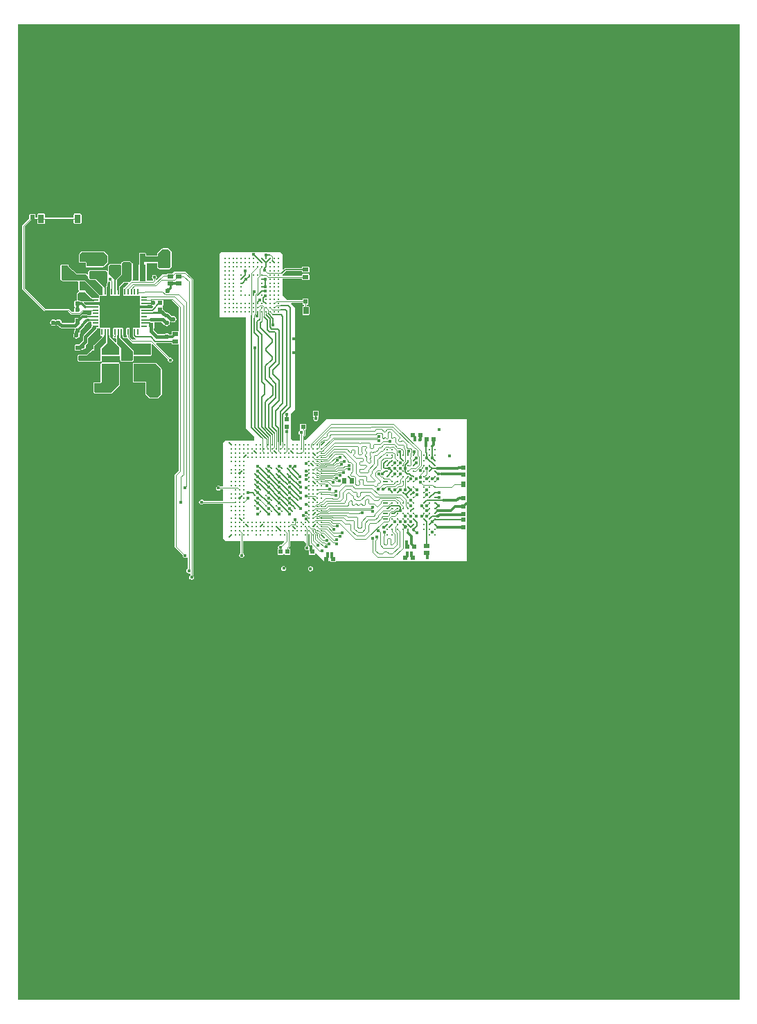
<source format=gtl>
G04 Layer_Physical_Order=1*
G04 Layer_Color=255*
%FSLAX43Y43*%
%MOMM*%
G71*
G01*
G75*
%ADD10R,0.510X0.560*%
%ADD11R,0.510X0.700*%
%ADD12C,0.300*%
%ADD13R,0.700X0.510*%
%ADD14R,0.560X0.510*%
%ADD15R,0.800X0.200*%
%ADD16R,0.200X0.800*%
%ADD17R,4.600X3.600*%
%ADD18R,2.000X0.800*%
%ADD19R,0.800X2.000*%
%ADD20R,0.890X0.640*%
%ADD21R,0.640X0.890*%
%ADD22R,0.750X1.000*%
%ADD23C,0.230*%
%ADD24C,0.120*%
%ADD25C,0.200*%
%ADD26C,0.175*%
%ADD27C,0.100*%
%ADD28C,0.090*%
%ADD29C,0.150*%
%ADD30C,0.300*%
%ADD31C,0.400*%
%ADD32C,0.500*%
%ADD33C,0.127*%
%ADD34C,0.130*%
%ADD35C,0.450*%
%ADD36C,0.600*%
%ADD37C,0.250*%
%ADD38C,0.700*%
%ADD39C,0.600*%
%ADD40C,0.400*%
%ADD41C,0.250*%
G36*
X88592Y65100D02*
X88592Y65000D01*
X88392Y65000D01*
X88388Y65000D01*
X86455Y65000D01*
X55300Y65000D01*
Y71325D01*
X38075Y71325D01*
X35512Y68762D01*
X35412Y68780D01*
Y69208D01*
X35465Y69260D01*
X35512Y69375D01*
Y69945D01*
X35558Y70041D01*
X35575Y70055D01*
X35607Y70068D01*
X35638Y70145D01*
Y70655D01*
X35607Y70732D01*
X35530Y70763D01*
X34970D01*
X34893Y70732D01*
X34862Y70655D01*
Y70145D01*
X34887Y70085D01*
X34885Y70038D01*
X34866Y69971D01*
X34784Y69916D01*
X34717Y69817D01*
X34694Y69700D01*
X34717Y69583D01*
X34784Y69484D01*
X34843Y69444D01*
Y68750D01*
X34000D01*
X33750Y69000D01*
Y72000D01*
X34250Y72500D01*
Y85000D01*
X33780Y85470D01*
X33818Y85563D01*
X35162D01*
Y85445D01*
X35193Y85368D01*
X35270Y85337D01*
X35363D01*
Y85178D01*
X35280D01*
X35203Y85147D01*
X35172Y85070D01*
Y84180D01*
X35203Y84103D01*
X35280Y84072D01*
X35920D01*
X35997Y84103D01*
X36028Y84180D01*
Y85070D01*
X35997Y85147D01*
X35920Y85178D01*
X35687D01*
Y85337D01*
X35780D01*
X35857Y85368D01*
X35888Y85445D01*
Y86005D01*
X35857Y86082D01*
X35780Y86113D01*
X35270D01*
X35193Y86082D01*
X35162Y86005D01*
Y85887D01*
X33363D01*
X32750Y86500D01*
Y88568D01*
X35117D01*
Y88470D01*
X35148Y88393D01*
X35225Y88362D01*
X35925D01*
X36002Y88393D01*
X36033Y88470D01*
Y88980D01*
X36002Y89057D01*
X35925Y89088D01*
X35225D01*
X35148Y89057D01*
X35117Y88980D01*
Y88882D01*
X32750D01*
Y89044D01*
X32773Y89048D01*
X32835Y89090D01*
X33179Y89434D01*
X35117D01*
Y89370D01*
X35148Y89293D01*
X35225Y89262D01*
X35925D01*
X36002Y89293D01*
X36033Y89370D01*
Y89880D01*
X36002Y89957D01*
X35925Y89988D01*
X35225D01*
X35148Y89957D01*
X35117Y89880D01*
Y89816D01*
X33100D01*
X33027Y89802D01*
X32965Y89760D01*
X32842Y89638D01*
X32750Y89676D01*
Y91500D01*
X32500Y91750D01*
X25250D01*
X25000Y91500D01*
Y83750D01*
X28250D01*
X28250Y70250D01*
X29250Y69250D01*
Y68750D01*
X25750D01*
X25500Y68500D01*
Y63097D01*
X25146D01*
X25106Y63156D01*
X25007Y63223D01*
X24890Y63246D01*
X24773Y63223D01*
X24674Y63156D01*
X24607Y63057D01*
X24584Y62940D01*
X24607Y62823D01*
X24674Y62724D01*
X24773Y62657D01*
X24890Y62634D01*
X25007Y62657D01*
X25106Y62724D01*
X25146Y62783D01*
X25500D01*
Y61357D01*
X23106D01*
X23066Y61416D01*
X22967Y61483D01*
X22850Y61506D01*
X22733Y61483D01*
X22634Y61416D01*
X22567Y61317D01*
X22544Y61200D01*
X22567Y61083D01*
X22634Y60984D01*
X22733Y60917D01*
X22850Y60894D01*
X22967Y60917D01*
X23066Y60984D01*
X23106Y61043D01*
X25500D01*
Y56750D01*
X25775Y56475D01*
X27593D01*
Y54931D01*
X27534Y54891D01*
X27467Y54792D01*
X27444Y54675D01*
X27467Y54558D01*
X27534Y54459D01*
X27633Y54392D01*
X27750Y54369D01*
X27867Y54392D01*
X27966Y54459D01*
X28033Y54558D01*
X28056Y54675D01*
X28033Y54792D01*
X27966Y54891D01*
X27907Y54931D01*
Y56475D01*
X32922D01*
X32961Y56383D01*
X32570Y55992D01*
X32500Y56006D01*
X32383Y55983D01*
X32284Y55916D01*
X32217Y55817D01*
X32194Y55700D01*
X32212Y55610D01*
X32215Y55578D01*
X32160Y55488D01*
X32143Y55482D01*
X32112Y55405D01*
Y54895D01*
X32143Y54818D01*
X32220Y54787D01*
X32780D01*
X32857Y54818D01*
X32858Y54823D01*
X32967D01*
X32968Y54818D01*
X33045Y54787D01*
X33605D01*
X33682Y54818D01*
X33713Y54895D01*
Y55405D01*
X33682Y55482D01*
X33605Y55513D01*
X33490D01*
X33485Y55613D01*
X33611Y55739D01*
X33657Y55850D01*
Y56475D01*
X35225D01*
X35250Y56500D01*
X35593Y56157D01*
Y55898D01*
X35509Y55841D01*
X35442Y55742D01*
X35419Y55625D01*
X35442Y55508D01*
X35509Y55409D01*
X35608Y55342D01*
X35725Y55319D01*
X35842Y55342D01*
X35862Y55356D01*
X35962Y55302D01*
Y54895D01*
X35993Y54818D01*
X36070Y54787D01*
X36630D01*
X36707Y54818D01*
X36731Y54878D01*
X36831Y54919D01*
X37800Y53950D01*
X38605D01*
X38618Y53918D01*
X38695Y53887D01*
X39205D01*
X39282Y53918D01*
X39295Y53950D01*
X55300Y53950D01*
X55300Y64999D01*
X86455Y65000D01*
X88292Y65000D01*
X88488Y65000D01*
X88492Y65000D01*
X88592D01*
Y408D01*
X408D01*
Y119592D01*
X88592D01*
Y65100D01*
D02*
G37*
%LPC*%
G36*
X37080Y72388D02*
X36570D01*
X36493Y72357D01*
X36462Y72280D01*
Y71720D01*
X36493Y71643D01*
X36533Y71527D01*
X36509Y71410D01*
X36533Y71293D01*
X36599Y71194D01*
X36698Y71127D01*
X36815Y71104D01*
X36932Y71127D01*
X37031Y71194D01*
X37098Y71293D01*
X37121Y71410D01*
X37098Y71527D01*
X37144Y71638D01*
X37157Y71643D01*
X37188Y71720D01*
Y72280D01*
X37157Y72357D01*
X37080Y72388D01*
D02*
G37*
G36*
X10625Y78258D02*
X10548Y78227D01*
X10517Y78150D01*
X10517Y75945D01*
X10405Y75833D01*
X9725Y75833D01*
X9725Y75833D01*
X9648Y75802D01*
X9644Y75790D01*
X9617Y75725D01*
X9617Y74675D01*
X9617Y74675D01*
X9648Y74598D01*
X9648Y74598D01*
X9773Y74473D01*
X9850Y74442D01*
X11750D01*
X11750Y74442D01*
X11827Y74473D01*
X11827Y74473D01*
X12802Y75448D01*
X12833Y75525D01*
X12833Y78150D01*
X12802Y78227D01*
X12802Y78227D01*
X12725Y78258D01*
X10625Y78258D01*
D02*
G37*
G36*
X17250Y78208D02*
X14550D01*
X14473Y78177D01*
X14442Y78100D01*
Y75950D01*
X14473Y75873D01*
X14550Y75842D01*
X15992D01*
Y74500D01*
X16023Y74423D01*
X16023Y74423D01*
X16523Y73923D01*
X16600Y73892D01*
X17525D01*
X17525Y73892D01*
X17602Y73923D01*
X17602Y73923D01*
X17952Y74273D01*
X17983Y74350D01*
Y77475D01*
X17983Y77475D01*
X17952Y77552D01*
X17952Y77552D01*
X17327Y78177D01*
X17250Y78208D01*
D02*
G37*
G36*
X36175Y53356D02*
X36058Y53333D01*
X35959Y53266D01*
X35892Y53167D01*
X35869Y53050D01*
X35892Y52933D01*
X35959Y52834D01*
X36058Y52767D01*
X36175Y52744D01*
X36292Y52767D01*
X36391Y52834D01*
X36458Y52933D01*
X36481Y53050D01*
X36458Y53167D01*
X36391Y53266D01*
X36292Y53333D01*
X36175Y53356D01*
D02*
G37*
G36*
X8050Y96458D02*
X7300D01*
X7223Y96427D01*
X7192Y96350D01*
Y96012D01*
X3708D01*
Y96350D01*
X3677Y96427D01*
X3600Y96458D01*
X2850D01*
X2773Y96427D01*
X2742Y96350D01*
Y96012D01*
X2563D01*
Y96305D01*
X2532Y96382D01*
X2455Y96413D01*
X1895D01*
X1818Y96382D01*
X1787Y96305D01*
Y95916D01*
X985Y95115D01*
X938Y95000D01*
Y87250D01*
X985Y87135D01*
X3560Y84560D01*
X3675Y84513D01*
X6508D01*
X6835Y84185D01*
X6950Y84138D01*
X7925D01*
X8040Y84185D01*
X8367Y84513D01*
X9354D01*
X9407Y84413D01*
X9392Y84375D01*
Y84175D01*
X9323Y84079D01*
X8920D01*
X8873Y84110D01*
X8775Y84130D01*
X8250D01*
X8152Y84110D01*
X8070Y84055D01*
X7728Y83713D01*
X7445D01*
X7368Y83682D01*
X7337Y83605D01*
Y83199D01*
X7208Y83071D01*
X5862D01*
X5752Y83181D01*
X5727Y83306D01*
X5638Y83438D01*
X5506Y83527D01*
X5350Y83558D01*
X5194Y83527D01*
X5088Y83456D01*
X4987D01*
X4881Y83527D01*
X4725Y83558D01*
X4569Y83527D01*
X4437Y83438D01*
X4348Y83306D01*
X4317Y83150D01*
X4348Y82994D01*
X4437Y82862D01*
X4569Y82773D01*
X4725Y82742D01*
X4881Y82773D01*
X4987Y82844D01*
X5088D01*
X5194Y82773D01*
X5319Y82748D01*
X5519Y82549D01*
X5519Y82549D01*
X5618Y82482D01*
X5735Y82459D01*
X7244D01*
X7335Y82455D01*
X7337Y82365D01*
Y82244D01*
X7334Y82241D01*
X7267Y82142D01*
X7244Y82025D01*
X7244Y82025D01*
Y81862D01*
X7173Y81756D01*
X7142Y81600D01*
X7173Y81444D01*
X7262Y81312D01*
X7394Y81223D01*
X7550Y81192D01*
X7706Y81223D01*
X7838Y81312D01*
X7927Y81444D01*
X7958Y81600D01*
X7941Y81687D01*
X7953Y81773D01*
X8010Y81810D01*
X8032Y81818D01*
X8063Y81895D01*
Y82178D01*
X8455Y82570D01*
X8510Y82652D01*
X8530Y82750D01*
Y82767D01*
X8730Y82968D01*
X8745Y82989D01*
X8976Y83220D01*
X9075D01*
X9173Y83240D01*
X9220Y83271D01*
X9323D01*
X9392Y83175D01*
Y82975D01*
X9423Y82898D01*
X9423Y82852D01*
X9392Y82775D01*
Y82601D01*
X9389Y82598D01*
X9389Y82597D01*
X8419Y81626D01*
X8352Y81527D01*
X8329Y81410D01*
X8329Y81410D01*
Y80937D01*
X7856Y80463D01*
X7445D01*
X7368Y80432D01*
X7337Y80355D01*
Y79795D01*
X7368Y79718D01*
X7445Y79687D01*
X7955D01*
X8032Y79718D01*
X8063Y79795D01*
Y79821D01*
X8142Y79874D01*
X8144Y79873D01*
X8300Y79842D01*
X8456Y79873D01*
X8588Y79962D01*
X8677Y80094D01*
X8708Y80250D01*
X8677Y80406D01*
X8672Y80414D01*
X8851Y80594D01*
X8851Y80594D01*
X8918Y80693D01*
X8941Y80810D01*
X8941Y80810D01*
Y81283D01*
X9941Y82284D01*
X9950Y82297D01*
X9978Y82302D01*
X10044Y82346D01*
X10088Y82413D01*
X10099Y82467D01*
X10300D01*
X10361Y82492D01*
X10447Y82439D01*
X10442Y82425D01*
X10442Y81625D01*
X10473Y81548D01*
X10550Y81517D01*
X10691D01*
X10731Y81417D01*
X9676Y80416D01*
X9675Y80415D01*
X9673Y80414D01*
X9658Y80377D01*
X9642Y80341D01*
X9642Y80339D01*
X9642Y80338D01*
X9642Y79929D01*
X9571Y79858D01*
X9438Y79858D01*
X9401Y79843D01*
X9363Y79828D01*
X9100Y79578D01*
X9100Y79577D01*
X9098Y79577D01*
X8780Y79258D01*
X7900Y79258D01*
X7823Y79227D01*
X7823Y79227D01*
X7698Y79102D01*
X7698Y79102D01*
X7698Y79102D01*
X7667Y79025D01*
X7667Y78650D01*
X7667Y78650D01*
X7667Y78650D01*
X7684Y78609D01*
X7698Y78573D01*
X7698Y78573D01*
X7698Y78573D01*
X7873Y78398D01*
X7873Y78398D01*
X7873Y78398D01*
X7950Y78367D01*
X10500Y78367D01*
X10577Y78398D01*
X10608Y78475D01*
Y78986D01*
X10625Y79007D01*
X10708Y79067D01*
X12675Y79067D01*
X12675Y79067D01*
X12752Y79098D01*
X12794Y79114D01*
X12892Y79053D01*
X12892Y78550D01*
X12892Y78550D01*
X12892Y78550D01*
X12909Y78508D01*
X12923Y78473D01*
X12923Y78473D01*
X12923Y78473D01*
X12998Y78398D01*
X13038Y78382D01*
X13075Y78367D01*
X14325Y78367D01*
X14402Y78398D01*
X14402Y78398D01*
X14502Y78498D01*
X14502Y78498D01*
X14522Y78549D01*
X14533Y78575D01*
X14533Y78976D01*
X14574Y79065D01*
X14575Y79067D01*
X15125Y79067D01*
X16575Y79067D01*
X16575Y79067D01*
X16575Y79067D01*
X16575D01*
X16608Y79081D01*
X16652Y79098D01*
X16702Y79148D01*
X16702Y79148D01*
X16702Y79148D01*
X16717Y79187D01*
X16733Y79225D01*
X16733Y79225D01*
X16733Y79225D01*
X16733Y80496D01*
X16833Y80537D01*
X18732Y78639D01*
X18719Y78575D01*
X18742Y78458D01*
X18809Y78359D01*
X18908Y78292D01*
X19025Y78269D01*
X19142Y78292D01*
X19241Y78359D01*
X19308Y78458D01*
X19331Y78575D01*
X19308Y78692D01*
X19241Y78791D01*
X19142Y78858D01*
X19025Y78881D01*
X18961Y78868D01*
X17284Y80546D01*
X17325Y80646D01*
X19167D01*
Y80595D01*
X19198Y80518D01*
X19275Y80487D01*
X19975D01*
X20038Y80445D01*
Y65042D01*
X19610Y64615D01*
X19563Y64500D01*
Y55775D01*
X19610Y55660D01*
X20532Y54739D01*
X20519Y54675D01*
X20542Y54558D01*
X20609Y54459D01*
X20708Y54392D01*
X20825Y54369D01*
X20942Y54392D01*
X21025Y54448D01*
X21086Y54430D01*
X21125Y54404D01*
Y53052D01*
X21071Y53016D01*
X21005Y52917D01*
X20982Y52800D01*
X21005Y52683D01*
X21071Y52584D01*
X21170Y52517D01*
X21288Y52494D01*
X21375Y52512D01*
X21475Y52453D01*
Y52277D01*
X21421Y52241D01*
X21355Y52142D01*
X21332Y52025D01*
X21355Y51908D01*
X21421Y51809D01*
X21520Y51742D01*
X21638Y51719D01*
X21755Y51742D01*
X21854Y51809D01*
X21920Y51908D01*
X21943Y52025D01*
X21920Y52142D01*
X21854Y52241D01*
X21800Y52277D01*
Y88412D01*
X21752Y88527D01*
X20925Y89355D01*
X20810Y89402D01*
X19600D01*
X19485Y89355D01*
X19294Y89163D01*
X18675D01*
X18598Y89132D01*
X18570Y89062D01*
X18150D01*
X18035Y89015D01*
X17337Y88317D01*
X17245Y88355D01*
X17242Y88451D01*
X17291Y88484D01*
X17358Y88583D01*
X17381Y88700D01*
X17358Y88817D01*
X17291Y88916D01*
X17192Y88983D01*
X17075Y89006D01*
X16958Y88983D01*
X16859Y88916D01*
X16792Y88817D01*
X16769Y88700D01*
X16792Y88583D01*
X16859Y88484D01*
X16913Y88448D01*
Y88317D01*
X16833Y88237D01*
X16183D01*
Y90225D01*
X16152Y90302D01*
X16116Y90316D01*
X16136Y90416D01*
X17392D01*
X17392Y89950D01*
X17392Y89950D01*
X17423Y89873D01*
X17424Y89873D01*
X17598Y89698D01*
X17636Y89683D01*
X17675Y89667D01*
X18900Y89667D01*
X18900Y89667D01*
X18977Y89698D01*
X18977Y89698D01*
X19127Y89848D01*
X19158Y89925D01*
Y91825D01*
X19158Y91825D01*
X19127Y91902D01*
X19127Y91902D01*
X18825Y92203D01*
X18748Y92235D01*
X18063D01*
X18063Y92235D01*
X17987Y92203D01*
X17987Y92203D01*
X17423Y91640D01*
X17392Y91564D01*
X17392Y91405D01*
X17321Y91334D01*
X16053D01*
Y91595D01*
X16022Y91672D01*
X15945Y91703D01*
X15305D01*
X15228Y91672D01*
X15197Y91595D01*
Y90705D01*
X15228Y90628D01*
X15243Y90622D01*
Y90320D01*
X15198Y90302D01*
X15167Y90225D01*
Y88237D01*
X14446D01*
X14407Y88337D01*
X14433Y88400D01*
Y90350D01*
X14402Y90427D01*
X14402Y90427D01*
X14227Y90602D01*
X14150Y90633D01*
X13250D01*
X13250Y90633D01*
X13173Y90602D01*
X13023Y90452D01*
X12992Y90375D01*
X12928Y90332D01*
X12925Y90333D01*
X12703D01*
X12695Y90330D01*
X11805D01*
X11797Y90333D01*
X11675D01*
X11598Y90302D01*
X11423Y90127D01*
X11392Y90050D01*
Y89517D01*
X11299Y89479D01*
X11252Y89527D01*
X11175Y89558D01*
X9200D01*
X9200Y89558D01*
X9123Y89527D01*
X9123Y89527D01*
X9023Y89427D01*
X8992Y89350D01*
Y89005D01*
X8899Y88969D01*
X8754Y89124D01*
X8752Y89125D01*
X8752Y89127D01*
X8715Y89142D01*
X8679Y89158D01*
X8677Y89157D01*
X8675Y89158D01*
X7626D01*
X6583Y90002D01*
Y90150D01*
X6552Y90227D01*
X6475Y90258D01*
X5700Y90258D01*
X5623Y90227D01*
X5592Y90150D01*
X5592Y88458D01*
X5623Y88381D01*
X5623Y88381D01*
X5806Y88198D01*
X5883Y88167D01*
X7722Y88167D01*
X7792Y88075D01*
Y87175D01*
X7792Y87175D01*
X7823Y87098D01*
X7846Y87076D01*
X7833Y86974D01*
X7828Y86964D01*
X7798Y86952D01*
X7798Y86952D01*
X7623Y86777D01*
X7592Y86700D01*
Y85950D01*
X7592Y85950D01*
X7597Y85938D01*
X7530Y85838D01*
X7395D01*
X7318Y85807D01*
X7287Y85730D01*
Y85170D01*
X7318Y85093D01*
X7324Y84983D01*
X7273Y84906D01*
X7242Y84750D01*
X7273Y84594D01*
X7302Y84551D01*
X7255Y84462D01*
X7017D01*
X6690Y84790D01*
X6575Y84837D01*
X3742D01*
X1262Y87317D01*
Y94933D01*
X2016Y95687D01*
X2455D01*
X2457Y95688D01*
X2742D01*
Y95350D01*
X2773Y95273D01*
X2850Y95242D01*
X3600D01*
X3677Y95273D01*
X3708Y95350D01*
Y95688D01*
X7192D01*
Y95350D01*
X7223Y95273D01*
X7300Y95242D01*
X8050D01*
X8127Y95273D01*
X8158Y95350D01*
Y96350D01*
X8127Y96427D01*
X8050Y96458D01*
D02*
G37*
G36*
X8200Y91858D02*
X8123Y91827D01*
X7898Y91602D01*
X7867Y91525D01*
Y90528D01*
X7898Y90452D01*
X7975Y90420D01*
X8673D01*
X8689Y90414D01*
X8695Y90398D01*
Y90025D01*
X8714Y89980D01*
X8727Y89948D01*
X8803Y89917D01*
X8803Y89917D01*
X9525Y89917D01*
X10800Y89917D01*
X10800Y89917D01*
X10800Y89917D01*
X10839Y89933D01*
X10876Y89948D01*
X10876Y89948D01*
X10876Y89948D01*
X11377Y90448D01*
X11408Y90525D01*
X11408Y91300D01*
X11377Y91377D01*
X10927Y91827D01*
X10850Y91858D01*
X8200D01*
X8200Y91858D01*
D02*
G37*
G36*
X32900Y53431D02*
X32783Y53408D01*
X32684Y53341D01*
X32617Y53242D01*
X32594Y53125D01*
X32617Y53008D01*
X32684Y52909D01*
X32783Y52842D01*
X32900Y52819D01*
X33017Y52842D01*
X33116Y52909D01*
X33183Y53008D01*
X33206Y53125D01*
X33183Y53242D01*
X33116Y53341D01*
X33017Y53408D01*
X32900Y53431D01*
D02*
G37*
%LPD*%
G36*
X12725Y78150D02*
X12725Y75525D01*
X11750Y74550D01*
X9850D01*
X9725Y74675D01*
X9725Y75725D01*
X10450Y75725D01*
X10625Y75900D01*
X10625Y78150D01*
X12725Y78150D01*
D02*
G37*
G36*
X17875Y77475D02*
Y74350D01*
X17525Y74000D01*
X16600D01*
X16100Y74500D01*
Y75950D01*
X14550D01*
Y78100D01*
X17250D01*
X17875Y77475D01*
D02*
G37*
G36*
X11575Y81575D02*
Y81300D01*
X12725Y80153D01*
X12725Y79225D01*
X12675Y79175D01*
X10675Y79175D01*
X10625Y79225D01*
X10625Y79975D01*
X11325Y80675D01*
Y81575D01*
X11350Y81600D01*
Y81600D01*
X11550D01*
X11575Y81575D01*
D02*
G37*
G36*
X13175Y81575D02*
X13175Y81425D01*
X13239Y81361D01*
X13288Y81288D01*
X13361Y81239D01*
X13375Y81225D01*
X13428D01*
X13450Y81221D01*
X13472Y81225D01*
X13775Y81225D01*
X14400Y80600D01*
X16575Y80600D01*
X16625Y80550D01*
X16625Y79225D01*
X16575Y79175D01*
X15125Y79175D01*
X14575Y79175D01*
X14525Y79225D01*
X14525Y79750D01*
X12925Y81350D01*
X12925Y81575D01*
X12950Y81600D01*
X13150D01*
X13175Y81575D01*
D02*
G37*
G36*
X12775Y81575D02*
X12775Y81293D01*
X14417Y79665D01*
X14417Y79225D01*
X14417Y79225D01*
X14417Y79225D01*
X14425Y79205D01*
X14425Y78575D01*
X14325Y78475D01*
X13075Y78475D01*
X13000Y78550D01*
X13000Y80075D01*
X12525Y80550D01*
X12525Y81575D01*
X12550Y81600D01*
X12750Y81600D01*
X12775Y81575D01*
D02*
G37*
G36*
X11175D02*
X11175Y80725D01*
X10500Y80050D01*
Y78475D01*
X7950Y78475D01*
X7775Y78650D01*
X7775Y79025D01*
X7900Y79150D01*
X8825Y79150D01*
X9175Y79500D01*
X9438Y79750D01*
X9701Y79750D01*
X9750Y79801D01*
X9750Y80338D01*
X10925Y81451D01*
Y81575D01*
X10950Y81600D01*
X11150D01*
X11175Y81575D01*
D02*
G37*
G36*
X11325Y89300D02*
Y88480D01*
X11319Y88450D01*
X11325Y88420D01*
Y88037D01*
X11288Y88012D01*
X11238Y87938D01*
X11221Y87850D01*
X11238Y87762D01*
X11246Y87750D01*
Y87642D01*
X11150Y87450D01*
Y87375D01*
X10950D01*
Y87450D01*
X9950Y88450D01*
X9225D01*
X9100Y88575D01*
Y89350D01*
X9200Y89450D01*
X11175D01*
X11325Y89300D01*
D02*
G37*
G36*
X14325Y90350D02*
Y88400D01*
X14050Y88125D01*
X13300D01*
X12750Y87575D01*
Y87100D01*
X12550D01*
Y88425D01*
X13100Y88975D01*
Y90375D01*
X13250Y90525D01*
X14150D01*
X14325Y90350D01*
D02*
G37*
G36*
X19050Y91825D02*
Y89925D01*
X18900Y89775D01*
X17675Y89775D01*
X17500Y89950D01*
X17500Y91564D01*
X18063Y92127D01*
X18748D01*
X19050Y91825D01*
D02*
G37*
G36*
X12992Y90158D02*
Y89042D01*
X12350Y88400D01*
Y88125D01*
X12150D01*
Y88450D01*
X11500Y89100D01*
Y90050D01*
X11675Y90225D01*
X11797D01*
X11805Y90222D01*
X12695D01*
X12703Y90225D01*
X12925D01*
X12992Y90158D01*
D02*
G37*
G36*
X9075Y86450D02*
X9421Y86104D01*
X9423Y86098D01*
X9429Y86096D01*
X9550Y85975D01*
X9700D01*
Y85775D01*
X7995D01*
X7982Y85807D01*
X7905Y85838D01*
X7812D01*
X7700Y85950D01*
Y86700D01*
X7875Y86875D01*
X8650Y86875D01*
X9075Y86450D01*
D02*
G37*
G36*
X20038Y85008D02*
Y82155D01*
X19975Y82113D01*
X19275D01*
X19198Y82082D01*
X19167Y82005D01*
Y81705D01*
X18886D01*
X18863Y81738D01*
X18731Y81827D01*
X18575Y81858D01*
X18419Y81827D01*
X18351Y81781D01*
X17514D01*
X17031Y82264D01*
Y82468D01*
X17032Y82468D01*
X17063Y82545D01*
Y83105D01*
X17058Y83119D01*
X17124Y83219D01*
X17940D01*
X18215Y82944D01*
X18287Y82837D01*
X18419Y82748D01*
X18575Y82717D01*
X18731Y82748D01*
X18863Y82837D01*
X18952Y82969D01*
X18983Y83125D01*
X18972Y83179D01*
X19043Y83250D01*
X19075Y83244D01*
X19126D01*
X19194Y83198D01*
X19350Y83167D01*
X19506Y83198D01*
X19638Y83287D01*
X19727Y83419D01*
X19758Y83575D01*
X19727Y83731D01*
X19638Y83863D01*
X19506Y83952D01*
X19350Y83983D01*
X19194Y83952D01*
X19178Y83941D01*
X18859Y84259D01*
X18752Y84331D01*
X18625Y84356D01*
X18546D01*
X18351Y84551D01*
X18351Y84551D01*
X18293Y84609D01*
X18293Y84609D01*
X18138Y84764D01*
Y85005D01*
X18107Y85082D01*
X18093Y85087D01*
Y85196D01*
X18115Y85205D01*
X18147Y85282D01*
Y85842D01*
X18161Y85863D01*
X19183D01*
X20038Y85008D01*
D02*
G37*
G36*
X10300Y86450D02*
Y86175D01*
X9500D01*
X9498Y86180D01*
X9152Y86527D01*
X9152Y86527D01*
X8727Y86952D01*
X8727D01*
X8727Y86952D01*
X8679Y86971D01*
X8525Y87125D01*
X7950D01*
X7900Y87175D01*
Y88075D01*
X7975Y88150D01*
X8600D01*
X10300Y86450D01*
D02*
G37*
G36*
X6475Y89950D02*
X7588Y89050D01*
X8675D01*
X8992Y88710D01*
Y88575D01*
X9023Y88498D01*
X9023Y88498D01*
X9148Y88373D01*
X9225Y88342D01*
X9334D01*
X9350Y88325D01*
X9875D01*
X10750Y87450D01*
X10750Y86525D01*
X10377Y86525D01*
X10377Y86527D01*
X8677Y88227D01*
X8629Y88246D01*
X8600Y88275D01*
X5883Y88275D01*
X5700Y88458D01*
X5700Y90150D01*
X6475Y90150D01*
Y89950D01*
D02*
G37*
G36*
X11625Y88144D02*
X11688Y88093D01*
Y87407D01*
X11673Y87402D01*
X11642Y87325D01*
Y86525D01*
X11673Y86448D01*
X11750Y86417D01*
X11950D01*
X11974Y86427D01*
X12050Y86443D01*
X12126Y86427D01*
X12150Y86417D01*
X12350D01*
X12374Y86427D01*
X12450Y86443D01*
X12526Y86427D01*
X12550Y86417D01*
X12750D01*
X12827Y86448D01*
X12858Y86525D01*
Y87325D01*
X12858Y87325D01*
Y87530D01*
X13345Y88017D01*
X13869D01*
X13908Y87924D01*
X13417Y87433D01*
X13350D01*
X13273Y87402D01*
X13242Y87325D01*
Y86525D01*
X13273Y86448D01*
X13350Y86417D01*
X13550D01*
X13574Y86427D01*
X13650Y86443D01*
X13726Y86427D01*
X13750Y86417D01*
X13950D01*
X13974Y86427D01*
X14050Y86443D01*
X14126Y86427D01*
X14150Y86417D01*
X14350D01*
X14374Y86427D01*
X14450Y86443D01*
X14526Y86427D01*
X14550Y86417D01*
X14750D01*
X14774Y86427D01*
X14850Y86443D01*
X14926Y86427D01*
X14950Y86417D01*
X15150D01*
X15211Y86442D01*
X15297Y86389D01*
X15292Y86375D01*
Y86175D01*
X15323Y86098D01*
X15323Y86052D01*
X15292Y85975D01*
Y85775D01*
X15323Y85698D01*
X15323Y85652D01*
X15292Y85575D01*
Y85375D01*
X15323Y85298D01*
X15400Y85267D01*
X16200D01*
X16210Y85271D01*
X16685D01*
X16794Y85198D01*
X16900Y85177D01*
X16934Y85070D01*
X16743Y84879D01*
X16210D01*
X16200Y84883D01*
X15400D01*
X15323Y84852D01*
X15292Y84775D01*
Y84575D01*
X15323Y84498D01*
X15323Y84452D01*
X15292Y84375D01*
Y84175D01*
X15323Y84098D01*
X15323Y84052D01*
X15292Y83975D01*
Y83775D01*
X15302Y83751D01*
X15318Y83675D01*
X15302Y83599D01*
X15292Y83575D01*
Y83375D01*
X15323Y83298D01*
X15323Y83252D01*
X15292Y83175D01*
Y82975D01*
X15323Y82898D01*
X15323Y82852D01*
X15292Y82775D01*
Y82575D01*
X15297Y82561D01*
X15211Y82508D01*
X15150Y82533D01*
X14950D01*
X14926Y82523D01*
X14850Y82507D01*
X14774Y82523D01*
X14750Y82533D01*
X14550D01*
X14473Y82502D01*
X14442Y82425D01*
Y81625D01*
X14446Y81615D01*
Y81561D01*
X14462Y81483D01*
X14506Y81416D01*
X14691Y81231D01*
X14691Y81231D01*
X14758Y81187D01*
X14744Y81087D01*
X14392D01*
X14029Y81450D01*
X14027Y81548D01*
X14058Y81625D01*
Y82425D01*
X14027Y82502D01*
X13950Y82533D01*
X13750D01*
X13673Y82502D01*
X13642Y82425D01*
Y81625D01*
X13673Y81548D01*
X13688Y81543D01*
Y81400D01*
X13643Y81333D01*
X13472Y81333D01*
X13462Y81329D01*
X13451Y81331D01*
X13450Y81331D01*
X13449Y81331D01*
X13438Y81329D01*
X13428Y81333D01*
X13415D01*
X13366Y81366D01*
X13329Y81422D01*
X13319Y81428D01*
X13315Y81438D01*
X13283Y81470D01*
X13283Y81575D01*
X13267Y81614D01*
X13258Y81635D01*
Y82425D01*
X13227Y82502D01*
X13150Y82533D01*
X12950D01*
X12926Y82523D01*
X12850Y82507D01*
X12774Y82523D01*
X12750Y82533D01*
X12550D01*
X12526Y82523D01*
X12450Y82507D01*
X12374Y82523D01*
X12350Y82533D01*
X12150D01*
X12073Y82502D01*
X12042Y82425D01*
Y81625D01*
X12063Y81575D01*
X12038Y81538D01*
X12021Y81450D01*
X12038Y81362D01*
X12088Y81288D01*
X12162Y81238D01*
X12250Y81221D01*
X12317Y81234D01*
X12388Y81196D01*
X12417Y81171D01*
X12417Y80744D01*
X12324Y80706D01*
X11683Y81345D01*
Y81575D01*
X11683Y81575D01*
X11658Y81635D01*
Y82425D01*
X11627Y82502D01*
X11550Y82533D01*
X11350D01*
X11326Y82523D01*
X11250Y82507D01*
X11174Y82523D01*
X11150Y82533D01*
X10950D01*
X10926Y82523D01*
X10850Y82507D01*
X10774Y82523D01*
X10750Y82533D01*
X10550D01*
X10489Y82508D01*
X10403Y82561D01*
X10408Y82575D01*
X10408Y82775D01*
X10377Y82852D01*
X10377Y82898D01*
X10408Y82975D01*
Y83175D01*
X10377Y83252D01*
X10377Y83298D01*
X10408Y83375D01*
Y83575D01*
X10377Y83652D01*
X10377Y83698D01*
X10408Y83775D01*
Y83975D01*
X10377Y84052D01*
X10377Y84098D01*
X10408Y84175D01*
Y84375D01*
X10377Y84452D01*
X10377Y84498D01*
X10408Y84575D01*
Y84775D01*
X10377Y84852D01*
X10377Y84898D01*
X10408Y84975D01*
Y85175D01*
X10377Y85252D01*
X10300Y85283D01*
X9500D01*
X9490Y85279D01*
X8732D01*
X8444Y85567D01*
X8485Y85667D01*
X9500D01*
X9500Y85667D01*
X10300D01*
X10377Y85698D01*
X10408Y85775D01*
Y85975D01*
X10377Y86052D01*
X10377Y86098D01*
X10408Y86175D01*
Y86375D01*
X10497Y86417D01*
X10634Y86417D01*
X10750D01*
X10827Y86448D01*
X10830Y86448D01*
X10926Y86427D01*
X10950Y86417D01*
X11150D01*
X11227Y86448D01*
X11258Y86525D01*
Y87325D01*
X11254Y87335D01*
Y87365D01*
X11258Y87375D01*
Y87424D01*
X11343Y87594D01*
X11345Y87619D01*
X11354Y87642D01*
Y87750D01*
X11343Y87777D01*
X11344Y87783D01*
X11331Y87850D01*
X11340Y87896D01*
X11366Y87934D01*
X11385Y87947D01*
X11391Y87956D01*
X11402Y87961D01*
X11414Y87990D01*
X11431Y88016D01*
X11429Y88027D01*
X11433Y88037D01*
Y88106D01*
X11533Y88162D01*
X11625Y88144D01*
D02*
G37*
G36*
X11300Y91300D02*
X11300Y90525D01*
X10800Y90025D01*
X9525Y90025D01*
X8803Y90025D01*
Y90420D01*
X8772Y90497D01*
X8695Y90528D01*
X7975D01*
Y91525D01*
X8200Y91750D01*
X10850D01*
X11300Y91300D01*
D02*
G37*
D10*
X6750Y85450D02*
D03*
X7650D02*
D03*
X36425Y85725D02*
D03*
X35525D02*
D03*
X48675Y69400D02*
D03*
X49575D02*
D03*
X48675Y54375D02*
D03*
X47775D02*
D03*
X38950Y54275D02*
D03*
X38050D02*
D03*
X36825Y72000D02*
D03*
X37725D02*
D03*
X17784Y85562D02*
D03*
X18684D02*
D03*
X6800Y83325D02*
D03*
X7700D02*
D03*
X6800Y80075D02*
D03*
X7700D02*
D03*
X18675Y84725D02*
D03*
X17775D02*
D03*
X17600Y82825D02*
D03*
X16700D02*
D03*
X6800Y82175D02*
D03*
X7700D02*
D03*
X51225Y68925D02*
D03*
X50325D02*
D03*
X54850Y61675D02*
D03*
X55750D02*
D03*
X48875Y55750D02*
D03*
X47975D02*
D03*
D11*
X40275Y63775D02*
D03*
X41175D02*
D03*
X55750Y63400D02*
D03*
X54850D02*
D03*
D12*
X51350Y57200D02*
D03*
X50700D02*
D03*
X46150D02*
D03*
X45500D02*
D03*
X51350Y57850D02*
D03*
X50700D02*
D03*
X50050D02*
D03*
X48750D02*
D03*
X48100D02*
D03*
X47450D02*
D03*
X46800D02*
D03*
X46150D02*
D03*
X45500D02*
D03*
X51350Y58500D02*
D03*
X50700D02*
D03*
X50050D02*
D03*
X48750D02*
D03*
X48100D02*
D03*
X47450D02*
D03*
X46800D02*
D03*
X46150D02*
D03*
X45500D02*
D03*
X51350Y59150D02*
D03*
X50700D02*
D03*
X50050D02*
D03*
X48100D02*
D03*
X47450D02*
D03*
X46800D02*
D03*
X48750D02*
D03*
X46150D02*
D03*
X45500D02*
D03*
Y59800D02*
D03*
X46150D02*
D03*
X48750D02*
D03*
X46800D02*
D03*
X47450D02*
D03*
X48100D02*
D03*
X50050D02*
D03*
X50700D02*
D03*
X51350D02*
D03*
Y62400D02*
D03*
X50700D02*
D03*
X50050D02*
D03*
X48100D02*
D03*
X47450D02*
D03*
X46800D02*
D03*
X48750D02*
D03*
X46150D02*
D03*
X48750Y61750D02*
D03*
X48100D02*
D03*
X50050D02*
D03*
X50700D02*
D03*
X51350D02*
D03*
X45500Y61100D02*
D03*
X46150D02*
D03*
X46800D02*
D03*
X47450D02*
D03*
X48100D02*
D03*
X48750D02*
D03*
X50050D02*
D03*
X50700D02*
D03*
X51350D02*
D03*
X45500Y60450D02*
D03*
X46150D02*
D03*
X46800D02*
D03*
X47450D02*
D03*
X48100D02*
D03*
X48750D02*
D03*
X50050D02*
D03*
X50700D02*
D03*
X51350D02*
D03*
Y65000D02*
D03*
X50700D02*
D03*
X50050D02*
D03*
X48100D02*
D03*
X47450D02*
D03*
X46800D02*
D03*
X48750D02*
D03*
X46150D02*
D03*
X45500D02*
D03*
Y64350D02*
D03*
X46150D02*
D03*
X48750D02*
D03*
X46800D02*
D03*
X47450D02*
D03*
X48100D02*
D03*
X50050D02*
D03*
X50700D02*
D03*
X51350D02*
D03*
X45500Y63700D02*
D03*
X46150D02*
D03*
X46800D02*
D03*
X47450D02*
D03*
X48100D02*
D03*
X48750D02*
D03*
X50050D02*
D03*
X50700D02*
D03*
X51350D02*
D03*
X48100Y63050D02*
D03*
X48750D02*
D03*
X50050D02*
D03*
X50700D02*
D03*
X51350D02*
D03*
Y67600D02*
D03*
X50700D02*
D03*
X46150D02*
D03*
X45500D02*
D03*
Y66950D02*
D03*
X46150D02*
D03*
X48750D02*
D03*
X46800D02*
D03*
X47450D02*
D03*
X48100D02*
D03*
X50050D02*
D03*
X50700D02*
D03*
X51350D02*
D03*
X45500Y66300D02*
D03*
X46150D02*
D03*
X46800D02*
D03*
X47450D02*
D03*
X48100D02*
D03*
X48750D02*
D03*
X50050D02*
D03*
X50700D02*
D03*
X51350D02*
D03*
X45500Y65650D02*
D03*
X46150D02*
D03*
X46800D02*
D03*
X47450D02*
D03*
X48100D02*
D03*
X48750D02*
D03*
X50050D02*
D03*
X50700D02*
D03*
X51350D02*
D03*
D13*
X50375Y54975D02*
D03*
Y55875D02*
D03*
X19625Y80850D02*
D03*
Y81750D02*
D03*
X20074Y87913D02*
D03*
Y88813D02*
D03*
X19025Y87900D02*
D03*
Y88800D02*
D03*
X35575Y88725D02*
D03*
Y89625D02*
D03*
D14*
X36350Y55150D02*
D03*
Y54250D02*
D03*
X54875Y59750D02*
D03*
Y60650D02*
D03*
X2175Y96050D02*
D03*
Y96950D02*
D03*
X32500Y54250D02*
D03*
Y55150D02*
D03*
X33250Y71300D02*
D03*
Y70400D02*
D03*
X35250Y71300D02*
D03*
Y70400D02*
D03*
X33325Y54250D02*
D03*
Y55150D02*
D03*
X54875Y65450D02*
D03*
Y64550D02*
D03*
Y58125D02*
D03*
Y59025D02*
D03*
D15*
X9900Y84675D02*
D03*
Y84275D02*
D03*
Y83875D02*
D03*
Y83475D02*
D03*
Y83075D02*
D03*
Y82675D02*
D03*
Y85075D02*
D03*
Y85475D02*
D03*
Y85875D02*
D03*
Y86275D02*
D03*
X15800D02*
D03*
Y85875D02*
D03*
Y85475D02*
D03*
Y85075D02*
D03*
Y84675D02*
D03*
Y82675D02*
D03*
Y83075D02*
D03*
Y83475D02*
D03*
Y83875D02*
D03*
Y84275D02*
D03*
D16*
X15050Y86925D02*
D03*
X12650Y82025D02*
D03*
X13050D02*
D03*
X13450D02*
D03*
X13850D02*
D03*
X14250D02*
D03*
X14650D02*
D03*
X12250D02*
D03*
X11850D02*
D03*
X11450D02*
D03*
X11050D02*
D03*
X10650D02*
D03*
X11050Y86925D02*
D03*
X11450D02*
D03*
X11850D02*
D03*
X12250D02*
D03*
X12650D02*
D03*
X14650D02*
D03*
X14250D02*
D03*
X13850D02*
D03*
X13450D02*
D03*
X13050D02*
D03*
X10650D02*
D03*
X15050Y82025D02*
D03*
D17*
X12850Y84475D02*
D03*
D18*
X11675Y79625D02*
D03*
Y77625D02*
D03*
X15575Y79625D02*
D03*
Y77625D02*
D03*
X10275Y88900D02*
D03*
Y90900D02*
D03*
D19*
X13675Y89225D02*
D03*
X15675D02*
D03*
D20*
X13625Y77850D02*
D03*
Y79250D02*
D03*
X8250Y90100D02*
D03*
Y88700D02*
D03*
X9750Y77850D02*
D03*
Y79250D02*
D03*
X12250Y90650D02*
D03*
Y89250D02*
D03*
D21*
X7050Y91175D02*
D03*
X8450D02*
D03*
X6875Y87625D02*
D03*
X8275D02*
D03*
X9850Y76450D02*
D03*
X11250D02*
D03*
X13750Y76450D02*
D03*
X15150D02*
D03*
X14225Y91150D02*
D03*
X15625D02*
D03*
X8275Y86350D02*
D03*
X6875D02*
D03*
X37000Y84625D02*
D03*
X35600D02*
D03*
D22*
X3225Y95850D02*
D03*
Y97350D02*
D03*
X7675Y95850D02*
D03*
Y97350D02*
D03*
D23*
X26500Y68200D02*
D03*
X27000D02*
D03*
X27500D02*
D03*
X28000D02*
D03*
X28500D02*
D03*
X29500D02*
D03*
X30000D02*
D03*
X31000D02*
D03*
X31500D02*
D03*
X32500D02*
D03*
X33000D02*
D03*
X34000D02*
D03*
X34500D02*
D03*
X35500D02*
D03*
X36000D02*
D03*
X36500D02*
D03*
X37000D02*
D03*
X37500D02*
D03*
X26500Y67700D02*
D03*
X27000D02*
D03*
X27500D02*
D03*
X28000D02*
D03*
X28500D02*
D03*
X29000D02*
D03*
X29500D02*
D03*
X30000D02*
D03*
X30500D02*
D03*
X31000D02*
D03*
X31500D02*
D03*
X32000D02*
D03*
X32500D02*
D03*
X33000D02*
D03*
X33500D02*
D03*
X34000D02*
D03*
X34500D02*
D03*
X35000D02*
D03*
X35500D02*
D03*
X36000D02*
D03*
X36500D02*
D03*
X37000D02*
D03*
X37500D02*
D03*
X26500Y67200D02*
D03*
X27000D02*
D03*
X27500D02*
D03*
X28000D02*
D03*
X28500D02*
D03*
X29000D02*
D03*
X29500D02*
D03*
X30000D02*
D03*
X30500D02*
D03*
X31000D02*
D03*
X31500D02*
D03*
X32000D02*
D03*
X32500D02*
D03*
X33000D02*
D03*
X33500D02*
D03*
X34000D02*
D03*
X34500D02*
D03*
X35000D02*
D03*
X35500D02*
D03*
X36000D02*
D03*
X36500D02*
D03*
X37000D02*
D03*
X37500D02*
D03*
X26500Y66700D02*
D03*
X27000D02*
D03*
X27500D02*
D03*
X28000D02*
D03*
X28500D02*
D03*
X29000D02*
D03*
X29500D02*
D03*
X30000D02*
D03*
X30500D02*
D03*
X31000D02*
D03*
X31500D02*
D03*
X32000D02*
D03*
X32500D02*
D03*
X33000D02*
D03*
X33500D02*
D03*
X34000D02*
D03*
X34500D02*
D03*
X35000D02*
D03*
X35500D02*
D03*
X36000D02*
D03*
X36500D02*
D03*
X37000D02*
D03*
X37500D02*
D03*
X26500Y66200D02*
D03*
X27000D02*
D03*
X27500D02*
D03*
X28000D02*
D03*
X36000D02*
D03*
X36500D02*
D03*
X37000D02*
D03*
X37500D02*
D03*
X27000Y65700D02*
D03*
X27500D02*
D03*
X28000D02*
D03*
X36000D02*
D03*
X36500D02*
D03*
X37000D02*
D03*
X26500Y65200D02*
D03*
X27000D02*
D03*
X27500D02*
D03*
X28000D02*
D03*
X36000D02*
D03*
X36500D02*
D03*
X37000D02*
D03*
X37500D02*
D03*
X26500Y64700D02*
D03*
X27000D02*
D03*
X27500D02*
D03*
X28000D02*
D03*
X30050Y65300D02*
D03*
X30700D02*
D03*
X31350D02*
D03*
X32000D02*
D03*
X32650D02*
D03*
X33300D02*
D03*
X33950D02*
D03*
X36000Y64700D02*
D03*
X36500D02*
D03*
X37000D02*
D03*
X37500D02*
D03*
X27000Y64200D02*
D03*
X27500D02*
D03*
X28000D02*
D03*
X29400Y64650D02*
D03*
X30050D02*
D03*
X30700D02*
D03*
X31350D02*
D03*
X32000D02*
D03*
X32650D02*
D03*
X33300D02*
D03*
X33950D02*
D03*
X34600D02*
D03*
X36000Y64200D02*
D03*
X36500D02*
D03*
X37000D02*
D03*
X26500Y63700D02*
D03*
X27000D02*
D03*
X27500D02*
D03*
X28000D02*
D03*
X29400Y64000D02*
D03*
X30050D02*
D03*
X30700D02*
D03*
X31350D02*
D03*
X32000D02*
D03*
X32650D02*
D03*
X33300D02*
D03*
X33950D02*
D03*
X34600D02*
D03*
X36000Y63700D02*
D03*
X36500D02*
D03*
X37000D02*
D03*
X37500D02*
D03*
X26500Y63200D02*
D03*
X27000D02*
D03*
X27500D02*
D03*
X28000D02*
D03*
X29400Y63350D02*
D03*
X30050D02*
D03*
X30700D02*
D03*
X31350D02*
D03*
X32000D02*
D03*
X32650D02*
D03*
X33300D02*
D03*
X33950D02*
D03*
X34600D02*
D03*
X36000Y63200D02*
D03*
X36500D02*
D03*
X37000D02*
D03*
X37500D02*
D03*
X27000Y62700D02*
D03*
X27500D02*
D03*
X28000D02*
D03*
X29400D02*
D03*
X30050D02*
D03*
X30700D02*
D03*
X31350D02*
D03*
X32000D02*
D03*
X32650D02*
D03*
X33300D02*
D03*
X33950D02*
D03*
X34600D02*
D03*
X36000D02*
D03*
X36500D02*
D03*
X37000D02*
D03*
X26500Y62200D02*
D03*
X27000D02*
D03*
X27500D02*
D03*
X28000D02*
D03*
X29400Y62050D02*
D03*
X30050D02*
D03*
X30700D02*
D03*
X31350D02*
D03*
X32000D02*
D03*
X32650D02*
D03*
X33300D02*
D03*
X33950D02*
D03*
X34600D02*
D03*
X36000Y62200D02*
D03*
X36500D02*
D03*
X37000D02*
D03*
X37500D02*
D03*
X26500Y61700D02*
D03*
X27000D02*
D03*
X27500D02*
D03*
X28000D02*
D03*
X29400Y61400D02*
D03*
X30050D02*
D03*
X30700D02*
D03*
X31350D02*
D03*
X32000D02*
D03*
X32650D02*
D03*
X33300D02*
D03*
X33950D02*
D03*
X34600D02*
D03*
X36000Y61700D02*
D03*
X36500D02*
D03*
X37000D02*
D03*
X37500D02*
D03*
X27000Y61200D02*
D03*
X27500D02*
D03*
X28000D02*
D03*
X29400Y60750D02*
D03*
X30050D02*
D03*
X30700D02*
D03*
X31350D02*
D03*
X32000D02*
D03*
X32650D02*
D03*
X33300D02*
D03*
X33950D02*
D03*
X34600D02*
D03*
X36000Y61200D02*
D03*
X36500D02*
D03*
X37000D02*
D03*
X26500Y60700D02*
D03*
X27000D02*
D03*
X27500D02*
D03*
X28000D02*
D03*
X30050Y60100D02*
D03*
X30700D02*
D03*
X31350D02*
D03*
X32000D02*
D03*
X32650D02*
D03*
X33300D02*
D03*
X33950D02*
D03*
X36000Y60700D02*
D03*
X36500D02*
D03*
X37000D02*
D03*
X37500D02*
D03*
X26500Y60200D02*
D03*
X27000D02*
D03*
X27500D02*
D03*
X28000D02*
D03*
X36000D02*
D03*
X36500D02*
D03*
X37000D02*
D03*
X37500D02*
D03*
X27000Y59700D02*
D03*
X27500D02*
D03*
X28000D02*
D03*
X36000D02*
D03*
X36500D02*
D03*
X37000D02*
D03*
X26500Y59200D02*
D03*
X27000D02*
D03*
X27500D02*
D03*
X28000D02*
D03*
X36000D02*
D03*
X36500D02*
D03*
X37000D02*
D03*
X37500D02*
D03*
X26500Y58700D02*
D03*
X27000D02*
D03*
X27500D02*
D03*
X28000D02*
D03*
X28500D02*
D03*
X29000D02*
D03*
X29500D02*
D03*
X30000D02*
D03*
X30500D02*
D03*
X31000D02*
D03*
X31500D02*
D03*
X32000D02*
D03*
X32500D02*
D03*
X33000D02*
D03*
X33500D02*
D03*
X34000D02*
D03*
X34500D02*
D03*
X35000D02*
D03*
X35500D02*
D03*
X36000D02*
D03*
X36500D02*
D03*
X37000D02*
D03*
X37500D02*
D03*
X26500Y58200D02*
D03*
X27000D02*
D03*
X27500D02*
D03*
X28000D02*
D03*
X28500D02*
D03*
X29000D02*
D03*
X29500D02*
D03*
X30000D02*
D03*
X30500D02*
D03*
X31000D02*
D03*
X31500D02*
D03*
X32000D02*
D03*
X32500D02*
D03*
X33000D02*
D03*
X33500D02*
D03*
X34000D02*
D03*
X34500D02*
D03*
X35000D02*
D03*
X35500D02*
D03*
X36000D02*
D03*
X36500D02*
D03*
X37000D02*
D03*
X37500D02*
D03*
X26500Y57700D02*
D03*
X27000D02*
D03*
X27500D02*
D03*
X28000D02*
D03*
X28500D02*
D03*
X29000D02*
D03*
X29500D02*
D03*
X30000D02*
D03*
X30500D02*
D03*
X31000D02*
D03*
X31500D02*
D03*
X32000D02*
D03*
X32500D02*
D03*
X33000D02*
D03*
X33500D02*
D03*
X34000D02*
D03*
X34500D02*
D03*
X35000D02*
D03*
X35500D02*
D03*
X36000D02*
D03*
X36500D02*
D03*
X37000D02*
D03*
X37500D02*
D03*
X26500Y57200D02*
D03*
X27000D02*
D03*
X27500D02*
D03*
X28000D02*
D03*
X28500D02*
D03*
X29500D02*
D03*
X30000D02*
D03*
X31000D02*
D03*
X31500D02*
D03*
X32500D02*
D03*
X33000D02*
D03*
X34000D02*
D03*
X34500D02*
D03*
X35500D02*
D03*
X36000D02*
D03*
X36500D02*
D03*
X37000D02*
D03*
X37500D02*
D03*
X25700Y90975D02*
D03*
X26200D02*
D03*
X26700D02*
D03*
X27200D02*
D03*
X27700D02*
D03*
X28200D02*
D03*
X28700D02*
D03*
X29200D02*
D03*
X29700D02*
D03*
X30200D02*
D03*
X30700D02*
D03*
X31200D02*
D03*
X31700D02*
D03*
X32200D02*
D03*
X25700Y90475D02*
D03*
X26200D02*
D03*
X26700D02*
D03*
X27200D02*
D03*
X27700D02*
D03*
X28200D02*
D03*
X28700D02*
D03*
X29200D02*
D03*
X29700D02*
D03*
X30200D02*
D03*
X30700D02*
D03*
X31200D02*
D03*
X31700D02*
D03*
X32200D02*
D03*
X25700Y89975D02*
D03*
X26200D02*
D03*
X26700D02*
D03*
X27200D02*
D03*
X27700D02*
D03*
X28200D02*
D03*
X28700D02*
D03*
X29200D02*
D03*
X29700D02*
D03*
X30200D02*
D03*
X30700D02*
D03*
X31200D02*
D03*
X31700D02*
D03*
X32200D02*
D03*
X25700Y89475D02*
D03*
X26200D02*
D03*
X26700D02*
D03*
X31200D02*
D03*
X31700D02*
D03*
X32200D02*
D03*
X25700Y88975D02*
D03*
X26200D02*
D03*
X26700D02*
D03*
X27700D02*
D03*
X28200D02*
D03*
X28700D02*
D03*
X29200D02*
D03*
X29700D02*
D03*
X30200D02*
D03*
X31200D02*
D03*
X31700D02*
D03*
X32200D02*
D03*
X25700Y88475D02*
D03*
X26200D02*
D03*
X26700D02*
D03*
X27700D02*
D03*
X30200D02*
D03*
X31200D02*
D03*
X31700D02*
D03*
X32200D02*
D03*
X25700Y87975D02*
D03*
X26200D02*
D03*
X26700D02*
D03*
X27700D02*
D03*
X30200D02*
D03*
X31200D02*
D03*
X31700D02*
D03*
X32200D02*
D03*
X25700Y87475D02*
D03*
X26200D02*
D03*
X26700D02*
D03*
X27700D02*
D03*
X30200D02*
D03*
X31200D02*
D03*
X31700D02*
D03*
X32200D02*
D03*
X25700Y86975D02*
D03*
X26200D02*
D03*
X26700D02*
D03*
X27700D02*
D03*
X30200D02*
D03*
X31200D02*
D03*
X31700D02*
D03*
X32200D02*
D03*
X25700Y86475D02*
D03*
X26200D02*
D03*
X26700D02*
D03*
X27700D02*
D03*
X28200D02*
D03*
X28700D02*
D03*
X29200D02*
D03*
X29700D02*
D03*
X30200D02*
D03*
X31200D02*
D03*
X31700D02*
D03*
X32200D02*
D03*
X25700Y85975D02*
D03*
X26200D02*
D03*
X26700D02*
D03*
X30700D02*
D03*
X31200D02*
D03*
X31700D02*
D03*
X32200D02*
D03*
X25700Y85475D02*
D03*
X26200D02*
D03*
X26700D02*
D03*
X27200D02*
D03*
X27700D02*
D03*
X28200D02*
D03*
X28700D02*
D03*
X29200D02*
D03*
X29700D02*
D03*
X30200D02*
D03*
X30700D02*
D03*
X31200D02*
D03*
X31700D02*
D03*
X32200D02*
D03*
X25700Y84975D02*
D03*
X26200D02*
D03*
X26700D02*
D03*
X27200D02*
D03*
X27700D02*
D03*
X28200D02*
D03*
X28700D02*
D03*
X29200D02*
D03*
X29700D02*
D03*
X30200D02*
D03*
X30700D02*
D03*
X31200D02*
D03*
X31700D02*
D03*
X32200D02*
D03*
X25700Y84475D02*
D03*
X26200D02*
D03*
X26700D02*
D03*
X27200D02*
D03*
X27700D02*
D03*
X28200D02*
D03*
X28700D02*
D03*
X29200D02*
D03*
X29700D02*
D03*
X30200D02*
D03*
X30700D02*
D03*
X31200D02*
D03*
X31700D02*
D03*
X32200D02*
D03*
D24*
X40275Y63775D02*
X40362Y63862D01*
X39723Y63223D02*
X40275Y63775D01*
X35605Y62950D02*
Y62998D01*
X49605Y64220D02*
Y64555D01*
Y64220D02*
Y64220D01*
X50364Y64036D02*
X50678Y64350D01*
X50346Y64017D02*
X50364Y64036D01*
X50375Y60775D02*
X50700Y61100D01*
X50370Y60770D02*
X50375Y60775D01*
X35670Y64455D02*
X35915Y64700D01*
X35645Y64430D02*
X35670Y64455D01*
X38521Y62821D02*
X38571D01*
X37121D02*
X38521D01*
X45023Y62776D02*
X45416Y63170D01*
X45020Y62773D02*
X45023Y62776D01*
X46480Y64670D02*
X46485Y64675D01*
X46160Y64350D02*
X46480Y64670D01*
X48098Y64351D02*
X48101Y64353D01*
X47775Y64027D02*
X48098Y64351D01*
X46470Y62729D02*
X46866Y63125D01*
X46464Y62722D02*
X46470Y62729D01*
X46150Y60448D02*
X46174D01*
X46077D02*
X46150D01*
X49130Y62721D02*
X49133D01*
X49078D02*
X49130D01*
Y62089D02*
X49137D01*
X49089D02*
X49130D01*
X42465Y59876D02*
X42475D01*
X42169D02*
X42465D01*
X51675Y60125D02*
Y60125D01*
X31025Y61725D02*
X31350Y61400D01*
X30700Y62050D02*
X31025Y61725D01*
Y60425D02*
X31350Y60100D01*
X30700Y60750D02*
X31025Y60425D01*
X48120Y67454D02*
X48124Y67459D01*
X48100Y67434D02*
X48120Y67454D01*
X45177Y57525D02*
Y57529D01*
Y57159D02*
Y57525D01*
X44296Y56989D02*
Y56990D01*
Y56676D02*
Y56989D01*
X48750Y59800D02*
X49066Y59484D01*
X48750Y59800D02*
X48750Y59800D01*
X46797Y58500D02*
Y58516D01*
Y58475D02*
Y58500D01*
X48101Y64998D02*
X48442Y65339D01*
X48096Y64994D02*
X48101Y64998D01*
X36755Y56660D02*
X37110Y56305D01*
X36755Y56660D02*
Y56770D01*
X37250Y68340D02*
X37761Y68838D01*
X38199D01*
X37000Y68403D02*
X37763Y69166D01*
X37000Y68200D02*
Y68403D01*
X45825Y65325D02*
Y65325D01*
X44480Y64610D02*
X44775Y64315D01*
X44951D01*
X45040Y64226D01*
X44984Y68626D02*
X45898D01*
X47480Y65655D02*
Y65892D01*
X45083Y69007D02*
X45197Y69121D01*
X45295D01*
X45409Y69007D01*
X41819Y61961D02*
Y62331D01*
Y61961D02*
X41950Y61830D01*
X42079D01*
X41399Y61730D02*
X41719Y61410D01*
X41027Y61398D02*
X41136D01*
X41249Y61286D01*
Y60965D02*
Y61286D01*
X41719Y61410D02*
X42255D01*
X41399Y61730D02*
Y61962D01*
X38940Y59615D02*
X38995Y59560D01*
X40525D01*
X44219Y58609D02*
X44840Y59229D01*
X43455Y58609D02*
X44219D01*
X43261Y58415D02*
X43455Y58609D01*
X43261Y57650D02*
Y58415D01*
X42715Y57104D02*
X43261Y57650D01*
X44045Y59029D02*
X44420Y59403D01*
X43200Y59029D02*
X44045D01*
X41961Y57524D02*
X42442D01*
X42841Y58669D02*
X43200Y59029D01*
X42841Y57923D02*
Y58669D01*
X42442Y57524D02*
X42841Y57923D01*
X44840Y59229D02*
Y59348D01*
X44420Y59403D02*
Y59545D01*
X44000Y59577D02*
Y59719D01*
X43871Y59449D02*
X44000Y59577D01*
X43026Y59449D02*
X43871D01*
X42421Y58180D02*
Y58843D01*
X42284Y58043D02*
X42421Y58180D01*
X42042Y58043D02*
X42284D01*
X42421Y58843D02*
X43026Y59449D01*
X41915Y58169D02*
X42042Y58043D01*
X42925Y56683D02*
X45072Y58830D01*
X39659Y58638D02*
X41613Y56684D01*
X42924D01*
X41495Y57990D02*
X41961Y57524D01*
X41075Y57816D02*
X41787Y57104D01*
X42715D01*
X41075Y57816D02*
Y58462D01*
X40971Y58567D02*
X41075Y58462D01*
X40330Y58567D02*
X40971D01*
X39937Y58960D02*
X40330Y58567D01*
X38875Y58960D02*
X39937D01*
X38965Y59280D02*
X40211D01*
X40504Y58987D01*
X41375D01*
X41495Y58866D01*
Y57990D02*
Y58866D01*
X38860Y58640D02*
X39659D01*
X40525Y59560D02*
X40678Y59407D01*
X38010Y60450D02*
X38330Y60770D01*
X40666D01*
X45072Y58830D02*
X45618D01*
X48750Y63050D02*
X49078Y62721D01*
X46304Y55631D02*
X46722Y56048D01*
Y57450D01*
X46510Y57662D02*
X46722Y57450D01*
X44658Y55987D02*
X45015Y55630D01*
X46303D01*
X45078Y56163D02*
Y57059D01*
Y56163D02*
X45184Y56057D01*
X45435D01*
X46510Y58187D02*
X46797Y58475D01*
X46510Y57662D02*
Y58187D01*
X45921Y56126D02*
Y56710D01*
Y56126D02*
X45990Y56057D01*
X46112D01*
X46440Y56385D01*
Y57320D01*
X45831Y56800D02*
X45921Y56710D01*
X45582Y56800D02*
X45831D01*
X45502Y56720D02*
X45582Y56800D01*
X45502Y56124D02*
Y56720D01*
X45435Y56057D02*
X45502Y56124D01*
X44470Y57710D02*
X44658Y57522D01*
Y55988D02*
Y57522D01*
X37110Y56305D02*
X37220D01*
X45227Y55210D02*
X45483D01*
X44897Y54880D02*
X45227Y55210D01*
X44497Y54880D02*
X44897D01*
X43712Y55071D02*
Y56788D01*
X44323Y54460D02*
X46323D01*
X43712Y55071D02*
X44323Y54460D01*
X44132Y55245D02*
Y56512D01*
Y55245D02*
X44497Y54880D01*
X45483Y55210D02*
X45813Y54880D01*
X46149D01*
Y54882D02*
X47042Y55774D01*
X47462Y55598D02*
Y57818D01*
X46323Y54460D02*
X47462Y55598D01*
X47042Y55774D02*
Y57619D01*
X46150Y57610D02*
X46440Y57320D01*
X44132Y56512D02*
X44296Y56676D01*
X46150Y57610D02*
Y57850D01*
X38983Y57042D02*
X39789D01*
X47121Y60989D02*
X47448Y60663D01*
X47121Y60989D02*
Y61216D01*
X45610Y60760D02*
X45950Y61100D01*
X45041Y60760D02*
X45610D01*
X46465Y59465D02*
X46800Y59800D01*
X46005Y59465D02*
X46465D01*
X45810Y59270D02*
X46005Y59465D01*
X42120Y59827D02*
X42169Y59876D01*
X40850Y59827D02*
X42120D01*
X40777Y59899D02*
X40850Y59827D01*
X40666Y60770D02*
X40799Y60903D01*
X38800Y61710D02*
X38900Y61610D01*
X47450Y59791D02*
X47763Y59478D01*
X37787Y55738D02*
X38072D01*
X37813Y67200D02*
X39063Y68450D01*
X47922Y67923D02*
Y68268D01*
Y67923D02*
X48018Y67827D01*
X48363D01*
X39065Y68450D02*
X42039D01*
X42117Y68373D01*
X42208D01*
X42286Y68450D01*
X43336D01*
X43432Y68354D01*
Y67860D02*
Y68354D01*
X44302Y69650D02*
X44800D01*
X44900Y69551D01*
X44152Y69500D02*
X44302Y69650D01*
X43581Y70440D02*
X46202D01*
X49009Y67745D02*
X49220Y67534D01*
Y66972D02*
Y67534D01*
X48495Y67281D02*
Y67695D01*
X48363Y67827D02*
X48495Y67695D01*
X47437Y68753D02*
X47922Y68268D01*
X47318Y68753D02*
X47437D01*
X47179Y68613D02*
X47318Y68753D01*
X46933Y68613D02*
X47179D01*
X46846Y68700D02*
X46933Y68613D01*
X46846Y68700D02*
Y68880D01*
X47022Y69057D01*
Y69167D01*
X46069Y70120D02*
X47022Y69167D01*
X45524Y70120D02*
X46069D01*
X38985Y68030D02*
X41863D01*
X43432Y67860D02*
X43508Y67783D01*
X43787D01*
X43871Y67990D02*
Y68232D01*
X43871Y67867D02*
Y67990D01*
X43787Y67783D02*
X43871Y67867D01*
X43779Y67260D02*
X43882Y67363D01*
X44108D01*
X43420Y67278D02*
X43503Y67361D01*
X43588D01*
X43690Y67259D01*
X43772D01*
X44108Y67363D02*
X44403Y67658D01*
X43519Y66650D02*
Y66827D01*
X43420Y66926D02*
X43519Y66827D01*
X43420Y66926D02*
Y67278D01*
X43420Y66552D02*
X43519Y66650D01*
X44238Y66899D02*
X44808Y67470D01*
X44919D01*
X44359Y66427D02*
X44982Y67050D01*
X45134D01*
X45114Y68267D02*
X46374D01*
X46526Y68568D02*
Y69065D01*
X46526Y68567D02*
X46890Y68202D01*
X46374Y68267D02*
X46841Y67800D01*
X47140D01*
X46890Y68202D02*
X47454D01*
X47532Y68125D01*
Y67860D02*
Y68125D01*
Y67860D02*
X47760Y67632D01*
X48440Y65753D02*
Y66459D01*
X48337Y65650D02*
X48440Y65753D01*
X48100Y65650D02*
X48337D01*
X38016Y69166D02*
X38188Y69339D01*
X37763Y69166D02*
X38016Y69166D01*
X48351Y66681D02*
X48439Y66769D01*
X48351Y66547D02*
Y66681D01*
Y66547D02*
X48440Y66459D01*
Y66762D02*
Y67226D01*
X40729Y66216D02*
Y66376D01*
Y66216D02*
X40835Y66110D01*
X41070D01*
X41025Y64514D02*
Y64677D01*
Y64514D02*
X41102Y64437D01*
X41429D01*
X41325Y64977D02*
Y65855D01*
X41025Y64677D02*
X41325Y64977D01*
X45681Y67915D02*
X45764Y67832D01*
X45358Y67915D02*
X45681D01*
X45777Y67833D02*
X45918D01*
X46001Y67915D01*
X46272D01*
X43939Y66825D02*
X44013Y66899D01*
X43939Y65897D02*
Y66825D01*
X41414Y66953D02*
Y67052D01*
Y66953D02*
X41758Y66610D01*
X41160Y67388D02*
Y67547D01*
X41090Y67318D02*
X41160Y67388D01*
Y67547D02*
X41223Y67610D01*
X41745Y64715D02*
Y66029D01*
X42053Y64407D02*
X42937D01*
X41429Y64437D02*
X41621Y64245D01*
Y63431D02*
Y64245D01*
X41745Y64715D02*
X42053Y64407D01*
X42165Y64889D02*
Y65220D01*
Y64889D02*
X42227Y64827D01*
X43145D01*
X42390Y67389D02*
Y67960D01*
Y67389D02*
X42478Y67301D01*
Y67177D02*
Y67301D01*
X42332Y67030D02*
X42478Y67177D01*
X42840Y67549D02*
Y67667D01*
Y67549D02*
X43008Y67381D01*
Y67175D02*
Y67381D01*
X43012Y67839D02*
Y67934D01*
X42840Y67667D02*
X43012Y67839D01*
X44746Y67895D02*
X45016Y68167D01*
X44485Y67895D02*
X44746D01*
X47140Y67800D02*
X47450Y67490D01*
Y66950D02*
Y67490D01*
X44403Y67658D02*
Y67813D01*
X44485Y67895D01*
X44654Y68295D02*
X44984Y68626D01*
X43938Y68295D02*
X44654D01*
X44918Y67471D02*
X45358Y67915D01*
X45139Y67055D02*
X45359Y67275D01*
X46460Y66640D02*
Y67078D01*
Y66640D02*
X46800Y66300D01*
X45368Y67286D02*
X46251D01*
X46460Y67078D01*
X45158Y66630D02*
X46044D01*
X44013Y66899D02*
X44238D01*
X46680Y67070D02*
Y67508D01*
Y67070D02*
X46800Y66950D01*
X46272Y67915D02*
X46680Y67508D01*
X43418Y66435D02*
X43519Y66334D01*
Y66071D02*
Y66334D01*
X42999Y66250D02*
X43282Y65967D01*
X43415D01*
X43519Y66071D01*
X43025Y63786D02*
Y64319D01*
Y63786D02*
X43092Y63718D01*
X43903D01*
X43871Y68232D02*
X43933Y68294D01*
X44060Y64436D02*
Y64830D01*
X44335Y65105D02*
X44682D01*
X44060Y64830D02*
X44335Y65105D01*
X43640Y64728D02*
Y65004D01*
X43220Y65178D02*
X43939Y65897D01*
X43220Y64902D02*
Y65178D01*
X41967Y67089D02*
Y67927D01*
Y67089D02*
X42026Y67030D01*
X42332D01*
X41758Y66610D02*
X42523D01*
X41244Y66530D02*
X41745Y66029D01*
X43483Y64418D02*
X43977Y63925D01*
X43483Y64571D02*
X43640Y64728D01*
X43483Y64418D02*
Y64571D01*
X42460Y68030D02*
X42916D01*
X42390Y67960D02*
X42460Y68030D01*
X42916D02*
X43012Y67934D01*
X42831Y66999D02*
X43008Y67175D01*
X42831Y66896D02*
Y66999D01*
X42523Y66610D02*
X42579Y66555D01*
X42831Y66896D02*
X42999Y66729D01*
Y66250D02*
Y66729D01*
X41863Y68030D02*
X41967Y67927D01*
X38007Y66700D02*
X38983Y67675D01*
X40622D01*
X37660Y66950D02*
X37905D01*
X38984Y68029D01*
X42238Y65752D02*
X42903D01*
X42985Y65670D01*
Y65573D02*
Y65670D01*
X42165Y66133D02*
X42222Y66190D01*
X42165Y65826D02*
Y66133D01*
Y65826D02*
X42238Y65752D01*
X42165Y65220D02*
X42227Y65282D01*
X42694D01*
X42985Y65573D01*
X43145Y64827D02*
X43220Y64902D01*
X42937Y64407D02*
X43025Y64319D01*
X44335Y63452D02*
X44445Y63562D01*
X44622D01*
X44688Y63628D01*
X44335Y63275D02*
Y63452D01*
X44214Y63154D02*
X44335Y63275D01*
X44019Y63154D02*
X44214D01*
X44688Y63628D02*
Y63807D01*
X44060Y64436D02*
X44688Y63807D01*
X42549Y63679D02*
X42605Y63735D01*
X42549Y63361D02*
Y63679D01*
Y63361D02*
X42612Y63298D01*
X42116Y63987D02*
X42531D01*
X42605Y63913D01*
Y63735D02*
Y63913D01*
X42041Y63767D02*
Y63912D01*
X42116Y63987D01*
X42043Y63767D02*
X42130Y63679D01*
Y63387D02*
Y63679D01*
X42041Y63298D02*
X42130Y63387D01*
X42612Y63298D02*
X43875D01*
X41753D02*
X42041D01*
X46044Y66630D02*
X46151Y66737D01*
X44780Y65208D02*
Y66253D01*
X46150Y66745D02*
Y66950D01*
X40623Y67675D02*
X40981Y67317D01*
X41082D01*
X38591Y70340D02*
X43481D01*
X43581Y70440D01*
X45250Y69847D02*
X45524Y70120D01*
X45139Y69847D02*
X45250D01*
X44184Y70120D02*
X44865D01*
X45139Y69847D01*
X45579Y69670D02*
X45709Y69800D01*
X45579Y69067D02*
Y69670D01*
X45518Y69007D02*
X45579Y69067D01*
X46007Y69141D02*
Y69654D01*
Y69141D02*
X46075Y69073D01*
X46222D01*
X45860Y69800D02*
X46007Y69654D01*
X46313Y69164D02*
X46427D01*
X46222Y69073D02*
X46313Y69164D01*
X46427D02*
X46526Y69065D01*
X49642Y65680D02*
Y67452D01*
X45709Y69800D02*
X45860D01*
X49220Y66972D02*
X49422Y66770D01*
Y65785D02*
Y66770D01*
X48961Y64999D02*
X49642Y65680D01*
X48752Y64999D02*
X48961D01*
X43983Y69919D02*
X44184Y70120D01*
X38818Y69920D02*
X43978D01*
X48977Y65339D02*
X49422Y65785D01*
X37500Y66700D02*
X38007D01*
X39053Y65988D02*
X39395Y66330D01*
X38150Y66455D02*
X39035Y67340D01*
X40356D01*
X39185Y67070D02*
X40039D01*
X40727Y66383D01*
X45015Y68168D02*
X45114Y68267D01*
X44780Y66253D02*
X45155Y66629D01*
X43903Y63718D02*
X43977Y63792D01*
Y63925D01*
X45163Y64036D02*
X45813D01*
X45040Y64159D02*
X45163Y64036D01*
X45040Y64159D02*
Y64226D01*
X40364Y67340D02*
X41174Y66530D01*
X41244D01*
X48750Y61750D02*
X49089Y62089D01*
X38752Y63223D02*
X39723D01*
X38275Y63700D02*
X38752Y63223D01*
X38165Y63700D02*
X38275D01*
X50375Y59475D02*
X50700Y59800D01*
X44972Y61430D02*
X46469D01*
X46470Y61430D02*
X46800Y61100D01*
X45810Y59021D02*
Y59270D01*
X49727Y60772D02*
X50050Y60450D01*
X36500Y56490D02*
Y57200D01*
X37260Y56925D02*
X37660Y56525D01*
X36500Y56490D02*
X37045Y55945D01*
X48749Y64350D02*
X48750D01*
X48709D02*
X48749D01*
X48750D02*
Y64385D01*
X49725Y59475D02*
X50050Y59800D01*
X47110Y64010D02*
X47450Y64350D01*
X49605Y64555D02*
X50050Y65000D01*
X37000Y56874D02*
X37599Y56275D01*
X35750Y63950D02*
X36000Y64200D01*
X35915Y64700D02*
X36000D01*
X36500Y67185D02*
Y67200D01*
X36500Y65700D02*
X36500D01*
X38335Y63895D02*
X38600D01*
X46800Y64350D02*
X47125Y64675D01*
X36500Y58200D02*
X36545D01*
X46800Y62365D02*
Y62400D01*
X37000Y56880D02*
Y57200D01*
X37660Y56525D02*
X38145D01*
X46588Y63700D02*
X46800D01*
X45500Y64350D02*
Y64350D01*
X47140Y65310D02*
X47450Y65000D01*
X48100Y59150D02*
X48425Y58825D01*
X50085Y64350D02*
X50375Y64640D01*
X37850Y56275D02*
X38020Y56105D01*
X38425D01*
X46600Y60450D02*
X46800D01*
X48100Y59800D02*
X48425Y59475D01*
X35765Y60935D02*
X36000Y60700D01*
X35650Y60935D02*
X35765D01*
X50700Y58500D02*
X50700D01*
X35645Y59590D02*
X36000Y59235D01*
X35300Y59590D02*
X35645D01*
X51350Y65650D02*
Y65650D01*
X47450Y59150D02*
X47775Y58825D01*
X46475Y65325D02*
X46800Y65000D01*
X37500Y67200D02*
X37813D01*
X37690Y66455D02*
X38150D01*
X37940Y63450D02*
X38170Y63220D01*
X39775Y66195D02*
X40300D01*
X37599Y56275D02*
X37850D01*
X39760Y65665D02*
X39925Y65830D01*
X35585Y59130D02*
X36000Y58715D01*
X48750Y66300D02*
Y66300D01*
X51350Y65650D02*
X51350D01*
X45950Y61100D02*
X46150D01*
X50275Y68835D02*
X50310Y68870D01*
X50375Y64640D02*
Y65325D01*
X35775Y64975D02*
X36000Y65200D01*
X37220Y56305D02*
X37787Y55738D01*
X47776Y60773D02*
X48100Y60450D01*
X46260Y60110D02*
X46600Y60450D01*
X45264Y59460D02*
X45598D01*
X45618Y58830D02*
X45810Y59021D01*
X44840Y59348D02*
X44952Y59460D01*
X45264D01*
X44420Y59545D02*
X45010Y60135D01*
X44000Y59719D02*
X45039Y60758D01*
X38544Y59899D02*
X40777D01*
X41915Y58169D02*
Y59318D01*
X41826Y59407D02*
X41915Y59318D01*
X40678Y59407D02*
X41826D01*
X40398Y63198D02*
X41260D01*
X39712Y62512D02*
X40398Y63198D01*
X39711Y61878D02*
Y62511D01*
X41260Y63198D02*
X41579Y62878D01*
X47450Y60450D02*
Y60661D01*
X47776Y60773D02*
Y61513D01*
X41579Y62878D02*
X43701D01*
X43699Y62878D02*
X44487Y62090D01*
X43525Y62458D02*
X44113Y61870D01*
X40553Y62163D02*
X40747Y62358D01*
X40912D01*
X40553Y61518D02*
Y62163D01*
X43351Y62038D02*
X43939Y61450D01*
X44395D01*
X43954Y60996D02*
X44254Y60696D01*
X44383D01*
X44772Y61085D01*
Y61230D01*
X44972Y61430D01*
X43177Y61618D02*
X43258Y61537D01*
X42255Y61410D02*
X42882Y62037D01*
X42836Y61398D02*
X43056Y61618D01*
X43177D01*
X42882Y62038D02*
X43351D01*
X42375Y62458D02*
X43525D01*
X41406D02*
X41691D01*
X41819Y62331D01*
X41086Y62778D02*
X41406Y62458D01*
X42079Y61830D02*
X42246Y61996D01*
Y62329D01*
X42375Y62458D01*
X41323Y62038D02*
X41399Y61962D01*
X41232Y62038D02*
X41323D01*
X40912Y62358D02*
X41232Y62038D01*
X40801Y60905D02*
Y61172D01*
X43359Y60996D02*
X43954D01*
X43258Y61097D02*
X43359Y60996D01*
X43258Y61097D02*
Y61537D01*
X42764Y60870D02*
X42836Y60942D01*
Y61398D01*
X40801Y61172D02*
X41027Y61398D01*
X41249Y60965D02*
X41344Y60870D01*
X41509D01*
X41628Y60990D01*
X41778D02*
X41897Y60870D01*
X41628Y60990D02*
X41778D01*
X42078Y60870D02*
X42197Y60990D01*
X42384D01*
X42503Y60870D01*
X42764D01*
X41897D02*
X42078D01*
X41621Y63431D02*
X41753Y63298D01*
X46928Y61410D02*
X47121Y61216D01*
X46801Y61410D02*
X46928D01*
X46561Y61650D02*
X46801Y61410D01*
X44595Y61650D02*
X46558D01*
X44395Y61450D02*
X44595Y61650D01*
X47449Y61100D02*
Y61367D01*
X47775Y62725D02*
Y64027D01*
X45813Y64036D02*
X46150Y63700D01*
X43875Y63298D02*
X44019Y63154D01*
X41070Y66110D02*
X41325Y65855D01*
X48440Y67226D02*
X48495Y67281D01*
X44682Y65105D02*
X44779Y65202D01*
X42222Y66190D02*
X42514D01*
X42579Y66254D01*
Y66555D01*
X39487Y65907D02*
X39775Y66195D01*
X39284Y65907D02*
X39487D01*
X39117Y65740D02*
X39284Y65907D01*
X38432Y66317D02*
X39185Y67070D01*
X39231Y66710D02*
X39775D01*
X38631Y66110D02*
X39231Y66710D01*
X47267Y63125D02*
X47450Y63308D01*
Y63698D01*
X47199Y62090D02*
X47776Y61513D01*
X40131Y61704D02*
Y62336D01*
X40573Y62778D01*
X41086D01*
X44900Y69099D02*
Y69551D01*
Y69099D02*
X44992Y69007D01*
X36500Y68249D02*
X38591Y70340D01*
X38199Y68838D02*
X38543Y69182D01*
X44992Y69007D02*
X45083D01*
X45409D02*
X45518D01*
X43418Y66435D02*
Y66548D01*
X41223Y67610D02*
X41483D01*
X41414Y67052D02*
X41548Y67186D01*
Y67545D01*
X41483Y67610D02*
X41548Y67545D01*
X38543Y69182D02*
Y69391D01*
X38652Y69500D01*
X44152D01*
X38188Y69339D02*
Y69602D01*
X38507Y69921D01*
X38857D01*
X36248Y68316D02*
X38692Y70760D01*
X44359Y65725D02*
Y66427D01*
X43640Y65004D02*
X44359Y65723D01*
X45078Y57059D02*
X45177Y57159D01*
X38917Y57498D02*
X40044D01*
X46812Y57849D02*
X47042Y57619D01*
X39460Y65665D02*
X39760D01*
X49570Y65070D02*
Y65145D01*
X50059Y65634D01*
X51031Y64031D02*
X51350Y64350D01*
Y63700D02*
X51667Y64017D01*
X35650Y64975D02*
X35775D01*
X46470Y63170D02*
X46690Y63390D01*
X46928D01*
X46866Y63125D02*
X47267D01*
X46928Y63390D02*
X47110Y63571D01*
Y64010D01*
X49600Y63644D02*
X49904Y63340D01*
X51067D01*
X51343Y63063D01*
X53421Y63050D02*
X53766Y63394D01*
X54816D01*
X51350Y63050D02*
X53421D01*
X38600Y63895D02*
X38899Y63596D01*
X44445Y62791D02*
X45044Y63390D01*
X46278D01*
X46588Y63700D01*
X45416Y63170D02*
X46470D01*
X47064Y61751D02*
X47449Y61367D01*
X46770Y61751D02*
X47064D01*
X46652Y61870D02*
X46770Y61751D01*
X44113Y61870D02*
X46650D01*
X44487Y62090D02*
X47197D01*
X46150Y62400D02*
Y62422D01*
X38020Y61710D02*
X38800D01*
X37493Y61182D02*
X38020Y61710D01*
X37670Y60960D02*
X38060Y61350D01*
X38030Y60855D02*
X38265Y61090D01*
X40273D01*
X40381Y61198D01*
Y61346D01*
X40553Y61518D01*
X39791Y61350D02*
X40133Y61692D01*
X38060Y61350D02*
X39791D01*
X39442Y61610D02*
X39709Y61877D01*
X38900Y61610D02*
X39442D01*
X46334Y70760D02*
X49642Y67452D01*
X38698Y70760D02*
X46334D01*
X46202Y70440D02*
X48897Y67745D01*
X49009D01*
X48442Y65339D02*
X48977D01*
X47760Y66171D02*
Y67632D01*
X47480Y65892D02*
X47760Y66171D01*
X48750Y57850D02*
Y57855D01*
X35739Y59949D02*
X35988Y59700D01*
X37000Y62700D02*
X37121Y62821D01*
X50380Y60130D02*
X50700Y60450D01*
X35605Y62998D02*
X35807Y63200D01*
X36000D01*
X35677Y59949D02*
X35739D01*
X35600Y65968D02*
X35832Y66200D01*
X36000D01*
X45010Y60135D02*
X45764D01*
X46077Y60448D01*
X46049Y60110D02*
X46260D01*
X45809Y59869D02*
X46049Y60110D01*
X45809Y59672D02*
Y59869D01*
X45597Y59460D02*
X45809Y59672D01*
X32325Y60425D02*
X32650Y60100D01*
X29725Y59775D02*
X30050Y60100D01*
X32000Y60750D02*
X32325Y60425D01*
X32000Y60750D02*
X32000D01*
X29725Y61725D02*
X30050Y61400D01*
X30700Y60750D01*
D25*
X17775Y84375D02*
X18059D01*
X16950D02*
X17775D01*
X49065Y66615D02*
X49075Y66625D01*
X48750Y66300D02*
X49065Y66615D01*
X46146Y66303D02*
X46157Y66314D01*
X45821Y65979D02*
X46146Y66303D01*
X45500Y65657D02*
X45821Y65979D01*
X48744Y62405D02*
X48744Y62405D01*
X48425Y62085D02*
X48744Y62405D01*
X48425Y60125D02*
X48750Y60450D01*
X48418Y60118D02*
X48425Y60125D01*
X45105Y61105D02*
X45449D01*
X45103D02*
X45105D01*
X45115Y59150D02*
X45500D01*
X45105D02*
X45115D01*
X51350Y59100D02*
X51425D01*
X51300D02*
X51350D01*
X29312Y86938D02*
X29325Y86950D01*
X29200Y86825D02*
X29312Y86938D01*
X13050Y86925D02*
Y87500D01*
X13725Y85075D02*
X15800D01*
X13450D02*
X13725D01*
X13050Y85650D02*
Y86925D01*
Y84675D02*
Y85650D01*
X12125Y85200D02*
X12850Y84475D01*
X11450Y85875D02*
X12125Y85200D01*
X12125Y83750D02*
X12850Y84475D01*
X11850Y83475D02*
X12125Y83750D01*
X18600Y82275D02*
X18600Y82275D01*
X18050Y82825D02*
X18600Y82275D01*
X13587Y83738D02*
X14250Y83075D01*
X13450Y83875D02*
X13587Y83738D01*
X49068Y65968D02*
X49074Y65974D01*
X48750Y65650D02*
X49068Y65968D01*
X51390Y61790D02*
X51850D01*
X48100Y62399D02*
X48425Y62725D01*
X47778Y62075D02*
X48100Y62399D01*
X48750Y57837D02*
X49131Y57456D01*
X16952Y85577D02*
X16952Y85577D01*
X16950Y85579D02*
X16952Y85577D01*
X16950Y85575D02*
X16952Y85577D01*
X16850Y85475D02*
X16950Y85575D01*
X45785Y62786D02*
X46150Y62422D01*
X45782Y62789D02*
X45785Y62786D01*
X51800Y64650D02*
X52095D01*
X51700D02*
X51800D01*
X8575Y85075D02*
X9900D01*
X47450Y58500D02*
X47772Y58177D01*
X48765Y59150D02*
X49170Y58745D01*
Y58275D02*
Y58745D01*
X45140Y65448D02*
Y65963D01*
Y65448D02*
X45263Y65325D01*
X45140Y65963D02*
X45481Y66304D01*
X45825Y65325D02*
X45825Y65325D01*
X46150Y65000D01*
X50700Y59150D02*
X51025Y59475D01*
X51350Y61100D02*
X51450D01*
X51775Y60775D01*
X45113Y59800D02*
X45500D01*
X47450Y62400D02*
X47778Y62075D01*
X48100Y61750D01*
X48105Y61744D01*
X36815Y71411D02*
Y71981D01*
X37715Y71411D02*
Y71981D01*
X45175Y58175D02*
X45499Y58499D01*
X45100Y58175D02*
X45175D01*
X45080D02*
X45100D01*
X51675Y60125D02*
X51700D01*
X51350Y60450D02*
X51449D01*
X51775Y60775D01*
X51349Y61749D02*
X51390Y61790D01*
X45500Y64350D02*
X46150Y65000D01*
X45825Y58175D02*
X46150Y58500D01*
X48425Y58175D02*
X48750Y58500D01*
X50700Y61750D02*
X51350Y62400D01*
X48100Y58500D02*
X48425Y58175D01*
X51350Y65000D02*
X51700Y64650D01*
X50700Y58500D02*
X51025Y58825D01*
X51350Y59800D02*
X51675Y60125D01*
X51350Y58500D02*
X51675Y58175D01*
X48100Y63050D02*
X48425Y62725D01*
X46800Y62400D02*
X47125Y62725D01*
X51025Y66625D02*
X51350Y66300D01*
Y62400D02*
X51830D01*
X51025Y58825D02*
X51300Y59100D01*
X51500Y59025D02*
X54850D01*
X51425Y59100D02*
X51500Y59025D01*
X45500Y65650D02*
Y65657D01*
X44975Y64675D02*
X45300Y65000D01*
X45500D01*
X45110Y63700D02*
X45500D01*
X51025Y65970D02*
X51345Y65650D01*
X50701Y66299D02*
X51025Y65975D01*
X50285Y67305D02*
Y68001D01*
X48750Y57855D02*
X49170Y58275D01*
X48103Y57479D02*
Y57846D01*
X48100Y57850D02*
X48103Y57846D01*
X48100Y66950D02*
Y67434D01*
X48750Y66950D02*
X48875Y67075D01*
Y67372D01*
X32000Y58200D02*
X32250Y57950D01*
X11450Y87500D02*
Y87825D01*
Y86925D02*
Y87500D01*
X28550Y62375D02*
X29075D01*
X34000Y58200D02*
X34250Y57950D01*
X34000Y58200D02*
X34000D01*
X33250Y71300D02*
Y71900D01*
X35250Y71300D02*
Y71900D01*
X15050Y79625D02*
X15575D01*
X13800Y80875D02*
X15050Y79625D01*
X13565Y80875D02*
X13800D01*
X18059Y84375D02*
X18175D01*
X18117Y84317D02*
X18175Y84375D01*
X18075Y84275D02*
X18117Y84317D01*
X16850Y84275D02*
X18075D01*
X17957Y82250D02*
X18575D01*
X17857Y82150D02*
X17957Y82250D01*
X13450Y81425D02*
Y81450D01*
X12650Y80975D02*
X13625Y80000D01*
Y79250D02*
Y80000D01*
X13050Y81390D02*
X13565Y80875D01*
X13050Y81390D02*
Y82025D01*
X11450Y81000D02*
X11675Y80775D01*
X8775Y83875D02*
X9900D01*
X9075Y83475D02*
X9900D01*
X13450Y81450D02*
Y82025D01*
X11050Y81300D02*
Y82025D01*
X11450Y81000D02*
Y82025D01*
X12650Y80975D02*
Y82025D01*
X9725Y82500D02*
X9900Y82675D01*
Y82491D02*
Y82675D01*
X11850Y82025D02*
Y83475D01*
X14650Y81561D02*
X14836Y81375D01*
X11850Y81450D02*
Y82025D01*
X17757Y82250D02*
X17857Y82150D01*
X17625Y82250D02*
X17757D01*
X17538Y82338D02*
X17625Y82250D01*
X17600Y82825D02*
X18050D01*
X16450Y83075D02*
X16700Y82825D01*
X15800Y83075D02*
X16450D01*
X17625Y84575D02*
X17775Y84725D01*
X17538Y82338D02*
Y82762D01*
X17775Y84660D02*
Y84725D01*
X13450Y82025D02*
Y83875D01*
X9243Y85482D02*
X9250Y85475D01*
X8882Y85482D02*
X9243D01*
X9250Y85475D02*
X9250Y85475D01*
X9900D01*
X16950Y85575D02*
Y85579D01*
X11050Y86925D02*
Y87650D01*
X9175Y85875D02*
X9900D01*
X14650Y81561D02*
Y82025D01*
X16850Y84275D02*
X16850Y84275D01*
X15800Y85075D02*
X16325D01*
X15800Y85475D02*
X16850D01*
X16950Y85575D01*
X11450Y85875D02*
Y86925D01*
X12850Y84475D02*
X13050Y84675D01*
X13450Y85075D01*
X12255Y91640D02*
X12381Y91514D01*
X14250Y82025D02*
Y83075D01*
X12850Y84475D02*
X13450Y83875D01*
X11450Y86925D02*
X11450Y86925D01*
X12650D02*
Y87672D01*
X9900Y85475D02*
X10875D01*
X10900Y85450D01*
X14250Y82025D02*
X14250Y82025D01*
X14250Y81450D02*
Y82025D01*
X16850Y84275D02*
X16950Y84375D01*
X15800Y84275D02*
X16850D01*
X16828Y84675D02*
X17689Y85536D01*
X12250Y86925D02*
Y88760D01*
X15800Y83475D02*
X16825D01*
X14836Y81375D02*
X16675D01*
X17200Y80850D01*
X19625D01*
X15800Y84675D02*
X16828D01*
X11675Y79725D02*
Y80775D01*
X29075Y62375D02*
X29400Y62050D01*
X32000Y58200D02*
X32000D01*
X32250Y57950D02*
X32500Y57700D01*
X2175Y96950D02*
Y97475D01*
X3100D01*
X3225Y97350D01*
X7025Y97275D02*
X7600D01*
X7675Y97350D01*
X29200Y86475D02*
Y86825D01*
X27500Y64700D02*
X27750Y64950D01*
X30000Y58200D02*
X30250Y58450D01*
D26*
X31350Y64000D02*
X32000Y63350D01*
X31025Y64325D02*
X31350Y64000D01*
X32000Y62050D02*
X32325Y61725D01*
X31350Y62700D02*
X32000Y62050D01*
X30050Y65300D02*
X30700Y64650D01*
X29725Y65625D02*
X30050Y65300D01*
Y64000D02*
X30700Y63350D01*
X29725Y64325D02*
X30050Y64000D01*
X50376Y66625D02*
Y67213D01*
Y66612D02*
Y66625D01*
X34275Y64325D02*
X34600Y64000D01*
X33950Y64650D02*
X34275Y64325D01*
X32650Y64650D02*
X33300Y64000D01*
X32325Y64975D02*
X32650Y64650D01*
X32000Y65300D02*
X32325Y64975D01*
X33950Y63350D02*
X34600Y62700D01*
X33625Y63675D02*
X33950Y63350D01*
X33300Y64000D02*
X33625Y63675D01*
Y62375D02*
X33950Y62050D01*
X33300Y62700D02*
X33625Y62375D01*
Y61075D02*
X33950Y60750D01*
X33300Y61400D02*
X33625Y61075D01*
X32650Y63350D02*
X33300Y62700D01*
X32325Y63675D02*
X32650Y63350D01*
X32000Y64000D02*
X32325Y63675D01*
X32000Y62700D02*
X32325Y62375D01*
X31350Y63350D02*
X32000Y62700D01*
X32325Y61075D02*
X32650Y60750D01*
X32000Y61400D02*
X32325Y61075D01*
X31025Y64975D02*
X31350Y64650D01*
X30700Y65300D02*
X31025Y64975D01*
X30050Y64650D02*
X30700Y64000D01*
X29725Y64975D02*
X30050Y64650D01*
X31025Y62375D02*
X31350Y62050D01*
X30700Y62700D02*
X31025Y62375D01*
X29725Y63675D02*
X30050Y63350D01*
X29400Y64000D02*
X29725Y63675D01*
X30050Y62050D02*
X30700Y61400D01*
X29725Y62375D02*
X30050Y62050D01*
X31350Y60750D02*
X32000Y60100D01*
X31025Y61075D02*
X31350Y60750D01*
X30700Y61400D02*
X31025Y61075D01*
X30050Y60750D02*
X30700Y60100D01*
X29725Y61075D02*
X30050Y60750D01*
X29400Y61400D02*
X29725Y61075D01*
X31025Y63025D02*
X31350Y62700D01*
X31025Y63675D02*
X31350Y63350D01*
X30700Y64000D02*
X31025Y63675D01*
X31350Y62050D02*
X32000Y61400D01*
X29400Y62700D02*
X29725Y62375D01*
X34600Y64650D02*
X34900Y64350D01*
X34600Y64650D02*
X34600Y64650D01*
Y64650D01*
Y64625D02*
Y64650D01*
X45263Y65325D02*
X45825D01*
X36425Y85725D02*
X36500Y85650D01*
X34600Y62700D02*
X34925Y62375D01*
X51025Y66625D02*
Y68025D01*
X50285Y67305D02*
X50376Y67213D01*
Y66612D02*
X50692Y66296D01*
X40755Y64283D02*
X41209Y63829D01*
X27850Y87975D02*
X28300Y88425D01*
X33300Y64650D02*
X33625Y64325D01*
X29400Y63350D02*
X29725Y63025D01*
X30700Y64650D02*
X31025Y64325D01*
X32325Y61725D02*
X32650Y61400D01*
X30700Y63350D02*
X31025Y63025D01*
X32325D02*
X32650Y62700D01*
X32325Y64325D02*
X32650Y64000D01*
X32000Y64650D02*
X32325Y64325D01*
X27500Y61700D02*
X27750Y61950D01*
X33750Y67450D02*
X34000Y67200D01*
X33750Y67450D02*
Y67450D01*
X31750Y67450D02*
X32000Y67200D01*
X31750Y67450D02*
Y67450D01*
X29250Y67450D02*
X29500Y67200D01*
Y67200D02*
Y67200D01*
X28000Y66700D02*
X28250Y66950D01*
X28000Y66700D02*
Y66700D01*
X26250Y68450D02*
X26500Y68200D01*
X26225Y68450D02*
X26250D01*
X26225Y56950D02*
X26475Y57200D01*
X26500D01*
X27500Y59200D02*
X27750Y58950D01*
X28250Y58450D02*
X28500Y58200D01*
X32500Y54250D02*
X33325D01*
X32500Y53650D02*
Y54250D01*
X31025Y65625D02*
X31350Y65300D01*
Y65300D02*
Y65300D01*
X32650Y62050D02*
X33300Y61400D01*
X33950Y62050D02*
X34600Y61400D01*
X33300Y65300D02*
X33950Y64650D01*
X33300Y65300D02*
X33300D01*
X34600Y63975D02*
Y64000D01*
X33950D02*
X34600Y63350D01*
X33625Y64325D02*
X33950Y64000D01*
X32650D02*
X33300Y63350D01*
X33950Y62700D02*
X34600Y62050D01*
X33625Y63025D02*
X33950Y62700D01*
X33625Y61725D02*
X33950Y61400D01*
X33625Y60425D02*
X33950Y60100D01*
X32325Y65625D02*
X32650Y65300D01*
X33300Y60750D02*
Y60750D01*
X32650Y61400D02*
X33300Y60750D01*
X30700Y60100D02*
X31025Y59775D01*
X31025D01*
X32000Y60100D02*
X32325Y59775D01*
X32325D01*
X29725Y63025D02*
X30050Y62700D01*
Y62700D02*
Y62700D01*
X33300Y60100D02*
X33625Y59775D01*
X32650Y60750D02*
X33300Y60100D01*
X30050Y63350D02*
X30700Y62700D01*
X33625Y59775D02*
X33625D01*
X29400Y64650D02*
X29725Y64325D01*
X32325Y62375D02*
X32650Y62050D01*
Y62050D02*
Y62050D01*
X31350Y64650D02*
X32000Y64000D01*
X32650Y62700D02*
X33300Y62050D01*
X32000Y63350D02*
X32325Y63025D01*
X33300Y62050D02*
Y62050D01*
X30700Y91450D02*
X30700Y91450D01*
X30700Y91450D02*
X30700Y91450D01*
X31225D01*
X31450Y90725D02*
X31700Y90475D01*
X29700Y90975D02*
Y91000D01*
X30625Y87500D02*
Y88475D01*
X30200D02*
X30625D01*
X30200Y86975D02*
X30625D01*
X29700Y86475D02*
X30200Y86975D01*
X37000Y84625D02*
X37050Y84675D01*
Y85650D01*
X36500D02*
X37050D01*
X27700Y87975D02*
X27850D01*
X28300Y88425D02*
X28700Y88825D01*
Y88975D01*
X27700Y88475D02*
X28200Y88975D01*
Y89450D01*
X29700Y90975D02*
X30200Y90475D01*
Y90475D02*
Y90475D01*
X30700Y89975D02*
Y90475D01*
X30200Y90975D02*
X30700Y90475D01*
Y90475D02*
X31200Y90975D01*
X33100Y89625D02*
X35575D01*
X32700Y89225D02*
X33100Y89625D01*
X29700Y85475D02*
Y85675D01*
X30550Y89825D02*
X30700Y89975D01*
X30550Y89575D02*
Y89825D01*
X29225Y91475D02*
X29700Y91000D01*
X30700Y90948D02*
Y90975D01*
Y91450D01*
X33950Y65300D02*
X34600Y64650D01*
Y64000D02*
X34600D01*
X34625D01*
X33950Y60750D02*
X33975D01*
X34275Y60450D01*
X33950Y61400D02*
Y61400D01*
Y61400D02*
X34600Y60750D01*
X34225Y65575D02*
X34275D01*
X33950Y65300D02*
X34225Y65575D01*
X29700Y84025D02*
Y84475D01*
X29600Y83925D02*
X29700Y84025D01*
Y85675D02*
X29950Y85925D01*
X30400Y85775D02*
X30700Y85475D01*
X30400Y85775D02*
Y86175D01*
X30625Y86400D01*
X30200Y87475D02*
X30601D01*
X30625Y87500D01*
D27*
X33250Y69825D02*
Y70400D01*
Y67450D02*
Y69825D01*
X43781Y60583D02*
X43784Y60586D01*
X43658Y60460D02*
X43781Y60583D01*
X43631Y60230D02*
X43778Y60083D01*
X19025Y88900D02*
X19260D01*
X18150D02*
X19025D01*
X2175Y95850D02*
X3225D01*
X1950D02*
X2175D01*
X15050Y86875D02*
X15820D01*
X15850Y86225D02*
X15925Y86300D01*
X28538Y61713D02*
X28575Y61750D01*
X28025Y61200D02*
X28538Y61713D01*
X36503Y67703D02*
X36510Y67696D01*
X36248Y67958D02*
X36503Y67703D01*
X37146Y57700D02*
X37396Y57450D01*
X37250Y57950D02*
X38075D01*
X37000Y58200D02*
X37250Y57950D01*
X36750Y58950D02*
X38550D01*
X38455Y58700D02*
X38885Y58270D01*
X37500Y58700D02*
X38455D01*
X40790Y65330D02*
X40915Y65205D01*
X40420Y65330D02*
X40790D01*
X40265Y65175D02*
X40420Y65330D01*
X40733Y65560D02*
X40873Y65700D01*
X40315Y65560D02*
X40733D01*
X40160Y65405D02*
X40315Y65560D01*
X39425Y65405D02*
X40160D01*
X39520Y65175D02*
X40265D01*
X44353Y69090D02*
X44492Y69230D01*
X44355Y68860D02*
X44495Y68720D01*
X39260Y56490D02*
X39380Y56610D01*
X39046Y56490D02*
X39260D01*
X37000Y62200D02*
X37245Y62445D01*
X37655D01*
X37670Y62430D01*
X38616D01*
X38686Y62360D01*
X38521Y62200D02*
X38591Y62130D01*
X37500Y62200D02*
X38521D01*
X39141Y62130D02*
X39277Y61994D01*
X37250Y67950D02*
Y68340D01*
X8300Y84675D02*
X9900D01*
X7925Y84300D02*
X8300Y84675D01*
X6950Y84300D02*
X7925D01*
X6575Y84675D02*
X6950Y84300D01*
X35525Y84700D02*
Y85725D01*
X38951Y56260D02*
X39232D01*
X39378Y56114D01*
X36250Y56245D02*
Y57450D01*
X37199Y55296D02*
X37567D01*
X36250Y56245D02*
X37199Y55296D01*
X36500Y60200D02*
X36750Y60450D01*
X38010D01*
X36500Y58700D02*
X36750Y58950D01*
X48425Y61425D02*
X48750Y61100D01*
X37650Y59970D02*
X38270D01*
X38530Y60230D01*
X43631D01*
X38550Y58950D02*
X38860Y58640D01*
X38435Y60460D02*
X43658D01*
X37515Y57685D02*
X37850D01*
X39046Y56490D01*
X46150Y59150D02*
X46475Y58825D01*
X37000Y57700D02*
X37146D01*
X37396Y57450D02*
X37760D01*
X38951Y56260D01*
X46800Y59150D02*
X47125Y58825D01*
X36000Y57700D02*
X36250Y57450D01*
X37875Y60700D02*
X38030Y60855D01*
X37500Y60700D02*
X37875D01*
X37500Y59200D02*
X38635D01*
X38875Y58960D01*
X37500Y58200D02*
X38215D01*
X38917Y57498D01*
X37500Y60200D02*
X38175D01*
X38435Y60460D01*
X48750Y63700D02*
X49075Y64025D01*
X37604Y64950D02*
X37624Y64970D01*
X37250Y64950D02*
X37604D01*
X37000Y65200D02*
X37250Y64950D01*
X48100Y63700D02*
X48425Y64025D01*
X37500Y67700D02*
X38890Y69090D01*
X44353Y69090D01*
X46150Y65650D02*
X46475Y65975D01*
X37770Y67645D02*
X38986Y68860D01*
X37770Y67588D02*
Y67645D01*
X37250Y67450D02*
X37632D01*
Y67450D02*
X37770Y67588D01*
X38986Y68860D02*
X44355D01*
X37000Y67200D02*
X37250Y67450D01*
X46800Y65650D02*
X47125Y65975D01*
X37000Y66700D02*
X37250Y66950D01*
X37660D01*
X37003Y67703D02*
X37250Y67950D01*
X36500Y66700D02*
X36750Y66450D01*
X37149Y60704D02*
X37405Y60960D01*
X48100Y61100D02*
X48425Y60775D01*
X35625Y61950D02*
X36750D01*
X37000Y61700D01*
X37000Y63700D02*
X37250Y63450D01*
X38885Y58270D02*
X39460D01*
X50050Y61750D02*
X50375Y62075D01*
X50050Y62400D02*
X50375Y62725D01*
X37500Y63700D02*
X38165D01*
X36750Y66450D02*
X37690D01*
X38075Y57950D02*
X38983Y57042D01*
X36248Y67958D02*
Y68316D01*
X37500Y65200D02*
X39220D01*
X39425Y65405D01*
X37624Y64970D02*
X39315D01*
X39520Y65175D01*
X37405Y60960D02*
X37670D01*
X38591Y62130D02*
X39141D01*
X38686Y62360D02*
X39137D01*
X39277Y62500D01*
X37250Y63450D02*
X37940D01*
X1100Y87250D02*
Y95000D01*
X1950Y95850D01*
X30200Y88975D02*
X30725D01*
X30625Y86975D02*
X30625Y86975D01*
X35525Y84700D02*
X35600Y84625D01*
X32700Y85725D02*
X35525D01*
X28200Y89450D02*
X28200Y89450D01*
X33000Y67200D02*
X33250Y67450D01*
X34500Y67200D02*
X35000D01*
X35025D01*
X19525Y88350D02*
X20013Y88838D01*
X19975Y88875D02*
X20013Y88838D01*
X17950Y88350D02*
X19525D01*
X14325Y80925D02*
X16675D01*
X13850Y81400D02*
X14325Y80925D01*
X13850Y81400D02*
Y82025D01*
X12250Y81450D02*
Y82025D01*
X12250Y82025D01*
X13450Y87237D02*
X14288Y88075D01*
X16900D01*
X13450Y86925D02*
Y87237D01*
X13850Y87237D02*
X14488Y87875D01*
X14250Y87267D02*
X14658Y87675D01*
X13850Y86925D02*
Y87237D01*
X14250Y86925D02*
Y87267D01*
X15800Y85875D02*
X16614D01*
X16764Y86025D01*
X14488Y87875D02*
X17125D01*
X18150Y88900D01*
X19260D02*
X19600Y89240D01*
X14658Y87675D02*
X17275D01*
X17950Y88350D01*
X15820Y86875D02*
X15870Y86925D01*
X18025D01*
X16764Y86025D02*
X19250D01*
X11850Y86925D02*
Y88225D01*
X16900Y88075D02*
X17075Y88250D01*
Y88700D01*
X16675Y80925D02*
X19025Y78575D01*
X19250Y86025D02*
X20200Y85075D01*
X20074Y88813D02*
X20637D01*
X19600Y89240D02*
X20810D01*
X28000Y61200D02*
X28025D01*
X20637Y88813D02*
X21288Y88162D01*
X21638Y52025D02*
Y88412D01*
X20810Y89240D02*
X21638Y88412D01*
X3225Y95850D02*
X7675D01*
X18025Y86925D02*
X18400Y86550D01*
X20075D01*
X20800Y62950D02*
X20975Y63125D01*
Y85650D01*
X20075Y86550D02*
X20975Y85650D01*
X15925Y86300D02*
X19525D01*
X19725Y55775D02*
X20825Y54675D01*
X19725Y55775D02*
Y64500D01*
X20200Y64975D01*
Y85075D01*
X19525Y86300D02*
X20600Y85225D01*
Y64575D02*
Y85225D01*
X20325Y61200D02*
Y64300D01*
X20600Y64575D01*
X35025Y67200D02*
X35250Y67425D01*
Y70045D02*
X35350Y69945D01*
X35250Y70045D02*
Y70400D01*
Y67425D02*
Y69275D01*
X35350Y69375D01*
Y69945D01*
X1100Y87250D02*
X3675Y84675D01*
X6575D01*
X11625Y88450D02*
X11850Y88225D01*
X21288Y52800D02*
Y88162D01*
D28*
X37000Y64190D02*
X37183D01*
X35750Y55625D02*
Y57950D01*
X22850Y61200D02*
X27000D01*
X22825D02*
X22850D01*
X39050Y57895D02*
X39056D01*
X38984D02*
X39050D01*
X36625Y57955D02*
X36750Y57830D01*
X36245Y57955D02*
X36625D01*
X36750Y57575D02*
Y57830D01*
X36500Y57545D02*
X36755Y57290D01*
Y56770D02*
Y57290D01*
X37250Y58450D02*
X38429D01*
X37000Y58700D02*
X37250Y58450D01*
X39340Y65665D02*
X39460D01*
X35000Y58700D02*
X35250Y58450D01*
X37088Y60200D02*
X37333Y59955D01*
X37635D01*
X37000Y60200D02*
X37088D01*
X37168Y59455D02*
X37328Y59615D01*
X38940D01*
X36500Y59200D02*
X36755Y59455D01*
X37168D01*
X38800Y59445D02*
X38965Y59280D01*
X37635Y59955D02*
X37650Y59970D01*
X37154Y59200D02*
X37399Y59445D01*
X38800D01*
X37000Y59700D02*
X37085Y59785D01*
X38430D01*
X38429Y58450D02*
X38984Y57895D01*
X36500Y57545D02*
Y57700D01*
X38430Y59785D02*
X38544Y59899D01*
X36000Y58200D02*
X36245Y57955D01*
X36515Y65200D02*
X36760Y65445D01*
X37670Y66200D02*
X37720Y66250D01*
X38890Y65825D02*
X39053Y65988D01*
X37258Y64115D02*
X38770D01*
X38900Y63985D01*
X39055D01*
X37646Y64500D02*
X39085D01*
X37601Y64455D02*
X37646Y64500D01*
X37399Y64455D02*
X37601D01*
X37183Y64190D02*
X37258Y64115D01*
X36500Y64200D02*
X36755Y63945D01*
X37820D01*
X39055Y63985D02*
X39265Y63775D01*
X39700D01*
X39085Y64500D02*
X39120Y64535D01*
X36654Y60700D02*
X36899Y60945D01*
X36500Y60700D02*
X36654D01*
X37000Y59200D02*
X37154D01*
X37096Y57450D02*
X37245Y57301D01*
Y56930D02*
Y57301D01*
X36500Y66200D02*
X36750Y65950D01*
X36875Y57450D02*
X37096D01*
X36500Y64700D02*
X36654D01*
X39725Y64535D02*
X39755Y64505D01*
X39120Y64535D02*
X39725D01*
X37692Y64305D02*
X38945D01*
X37672Y64285D02*
X37692Y64305D01*
X38945D02*
X39075Y64175D01*
X37870Y63895D02*
X38335D01*
X37820Y63945D02*
X37870Y63895D01*
X37000Y60700D02*
X37154D01*
X39075Y64175D02*
X39355D01*
X38600Y64740D02*
X39420D01*
X37500Y66200D02*
X37670D01*
X37500Y64700D02*
X38560D01*
X38600Y64740D01*
X37000Y66200D02*
X37154D01*
X36750Y57575D02*
X36875Y57450D01*
X37328Y64285D02*
X37672D01*
X37168Y64445D02*
X37328Y64285D01*
X36909Y64445D02*
X37168D01*
X36654Y64700D02*
X36909Y64445D01*
X37154Y64700D02*
X37399Y64455D01*
X37000Y64700D02*
X37154D01*
Y66200D02*
X37399Y65955D01*
X39012Y65635D02*
X39117Y65740D01*
X38085Y65635D02*
X39012D01*
X38065Y65615D02*
X38085Y65635D01*
X37200Y65615D02*
X38065D01*
X37115Y65700D02*
X37200Y65615D01*
X37000Y65700D02*
X37115D01*
X38535Y66030D02*
X38615Y66110D01*
X37930Y65825D02*
X38890D01*
X37890Y65785D02*
X37930Y65825D01*
X37328Y65785D02*
X37890D01*
X37163Y65950D02*
X37328Y65785D01*
X36751Y65950D02*
X37163D01*
X37800Y66030D02*
X38535D01*
X37725Y65955D02*
X37800Y66030D01*
X37399Y65955D02*
X37725D01*
X37720Y66250D02*
X38365D01*
X38432Y66317D01*
X39120Y65445D02*
X39340Y65665D01*
X36760Y65445D02*
X39120D01*
X39420Y64740D02*
X39535Y64855D01*
X40120D02*
X40165Y64810D01*
X39535Y64855D02*
X40120D01*
X37455Y61145D02*
X37493Y61182D01*
X37316Y61145D02*
X37455D01*
X37116Y60945D02*
X37316Y61145D01*
X36899Y60945D02*
X37116D01*
X34250Y59050D02*
Y59125D01*
X35000Y67700D02*
Y69700D01*
X29400Y60750D02*
X29725Y60425D01*
X29400Y60750D02*
X29400D01*
X33325Y55150D02*
Y55675D01*
X33500Y55850D01*
X33000Y57700D02*
X33275Y57425D01*
X33500Y55850D02*
Y57700D01*
Y58200D02*
X33750Y58450D01*
X34250D01*
X34500Y58200D01*
X30975Y88725D02*
X35575D01*
X30725Y88975D02*
X30975Y88725D01*
X31225Y91450D02*
X31450Y91225D01*
Y90725D02*
Y91225D01*
X30700Y90475D02*
Y90475D01*
X31950Y85725D02*
X32700D01*
X31700Y85475D02*
X31950Y85725D01*
X30700Y84975D02*
X30950Y84725D01*
X31200Y84965D02*
X31450Y84715D01*
X30550Y89575D02*
X30900Y89225D01*
X32700D01*
X30200Y84965D02*
Y84975D01*
X31200Y84965D02*
Y84975D01*
X27500Y57700D02*
X27750Y57450D01*
Y54675D02*
Y57450D01*
X35500Y58200D02*
X35750Y57950D01*
X34250Y58450D02*
Y59050D01*
X27260Y62940D02*
X27500Y62700D01*
X24890Y62940D02*
X27260D01*
X33275Y56475D02*
Y57425D01*
X32500Y55150D02*
Y55700D01*
X33275Y56475D01*
X32250Y67450D02*
X32500Y67200D01*
X32250Y67450D02*
Y68625D01*
X32500Y67700D02*
X32750Y67950D01*
Y68600D01*
X31500Y67700D02*
X31740Y67940D01*
X31250Y67450D02*
X31500Y67200D01*
X31250Y67450D02*
Y69350D01*
X30760Y67940D02*
X31000Y67700D01*
X30760Y67940D02*
Y68965D01*
X30250Y67450D02*
X30500Y67200D01*
X30250Y67450D02*
Y69025D01*
X28950Y84000D02*
Y89225D01*
X29700Y89975D01*
X30138Y69137D02*
X30250Y69025D01*
X30650Y69075D02*
X30760Y68965D01*
X30325Y85225D02*
X30450Y85100D01*
X32000Y67700D02*
Y69925D01*
X31740Y67940D02*
Y69635D01*
X31500Y68200D02*
Y69450D01*
X31000Y68200D02*
Y69150D01*
X29255Y83745D02*
Y84068D01*
X29950Y84725D02*
X30200Y84975D01*
X29700D02*
X29950Y85225D01*
X30325D01*
X29700Y88636D02*
X29950Y88886D01*
Y89725D01*
X30200Y89975D01*
X29460Y86574D02*
X29700Y86814D01*
Y88636D01*
X29255Y84068D02*
X29460Y84273D01*
Y86574D01*
X31725Y84975D02*
X31965Y85215D01*
X31700Y84975D02*
X31725D01*
X30950Y84275D02*
Y84725D01*
X30200Y83275D02*
Y84475D01*
X29950Y83550D02*
Y84725D01*
X31965Y85215D02*
X32510D01*
X32525Y85200D01*
X31450Y84715D02*
X32515D01*
X31200Y84475D02*
X31550Y84125D01*
X33400Y85200D02*
X33425D01*
X30450Y83850D02*
Y85100D01*
X30700Y84100D02*
Y84475D01*
X35000Y69700D02*
Y69800D01*
D29*
X37838Y68537D02*
X37850Y68550D01*
X37500Y68200D02*
X37838Y68537D01*
X36743Y66942D02*
X36750Y66935D01*
X36500Y67185D02*
X36743Y66942D01*
X52475Y61425D02*
X52500D01*
X50375D02*
X52475D01*
X36213Y55713D02*
X36225Y55700D01*
X36000Y55925D02*
X36213Y55713D01*
X37500Y57200D02*
X37795Y56905D01*
X51675Y59475D02*
X51700D01*
X51025D02*
X51675D01*
X36000Y55925D02*
Y57200D01*
X50375Y58824D02*
X50375Y55875D01*
X47125Y60125D02*
Y60130D01*
Y60585D01*
X45638Y60450D02*
X45948Y60760D01*
X46950D01*
X45500Y60450D02*
X45638D01*
X45825Y65325D02*
X45825D01*
X50050Y59150D02*
X50375Y58824D01*
X46671Y60110D02*
X47110D01*
X46361Y59800D02*
X46671Y60110D01*
X34600Y62050D02*
X34925Y61725D01*
X34600Y63350D02*
X34925Y63025D01*
X34600Y63350D02*
Y63350D01*
Y60750D02*
X34925Y60425D01*
X48749Y64350D02*
X48749Y64349D01*
X48699Y64400D02*
X48749Y64350D01*
X47076Y67310D02*
X47125Y67261D01*
X48100Y67425D02*
X48125Y67450D01*
X47125Y66625D02*
X47450Y66300D01*
X51025Y65325D02*
X51675D01*
X50700Y65000D02*
X51025Y65325D01*
X36500Y58200D02*
X36750Y58450D01*
X36500Y59700D02*
X36750Y59950D01*
X36500Y61700D02*
X36750Y61450D01*
X36250Y65950D02*
X36500Y65700D01*
X36500Y63700D02*
X36735Y63465D01*
X50735Y65615D02*
X51010Y65340D01*
X46150Y59800D02*
X46361D01*
X47775Y64879D02*
Y65325D01*
Y64879D02*
X47979Y64675D01*
X48500Y64400D02*
X48699D01*
X47775Y65325D02*
Y65775D01*
X48100Y66100D01*
Y66300D01*
X46950Y60760D02*
X47125Y60585D01*
X48225Y64675D02*
X48500Y64400D01*
X47979Y64675D02*
X48225D01*
X47125Y66625D02*
Y67261D01*
X50050Y61100D02*
X50375Y61425D01*
D30*
X54862Y60662D02*
X55225Y61025D01*
X54850Y60650D02*
X54862Y60662D01*
X48750Y62405D02*
X48766D01*
X48744D02*
X48750D01*
X50423Y54975D02*
Y54980D01*
Y54387D02*
Y54975D01*
X14075Y91000D02*
X14200Y90875D01*
X13950Y91125D02*
X14075Y91000D01*
X18649Y85526D02*
X18650Y85525D01*
X18600Y85575D02*
X18649Y85526D01*
X12227Y90673D02*
X12250Y90696D01*
X6069Y86819D02*
X6200Y86950D01*
X5775Y86525D02*
X6069Y86819D01*
X6157Y86732D02*
X6200Y86775D01*
X5925Y86500D02*
X6157Y86732D01*
X47775Y58177D02*
X47797D01*
X47772D02*
X47775D01*
X20074Y87950D02*
X20175D01*
X19325D02*
X20074D01*
X48535Y56400D02*
Y57048D01*
Y56395D02*
Y56400D01*
X48871Y55746D02*
X48873Y55744D01*
X48530Y56087D02*
X48871Y55746D01*
X4625Y85075D02*
X5675Y86125D01*
X4525Y85175D02*
X4625Y85075D01*
X48500Y54550D02*
X48675Y54375D01*
X48500Y54550D02*
Y55000D01*
X48000Y54600D02*
Y55000D01*
X7650Y84750D02*
Y85450D01*
X6025D02*
X6750D01*
X7650D02*
X8200D01*
X8575Y85075D01*
X51700Y59475D02*
X51925Y59700D01*
X54825D01*
X36225Y55275D02*
Y55700D01*
X51675Y58175D02*
X54875D01*
X54279Y65450D02*
X54875D01*
X54154Y65325D02*
X54279Y65450D01*
X51675Y65325D02*
X54154D01*
X55650Y61625D02*
X55725Y61700D01*
X55650Y61025D02*
Y61625D01*
X54775Y64650D02*
X54875Y64550D01*
X52095Y64650D02*
X54775D01*
X51700Y60125D02*
X53315D01*
X53840Y60650D02*
X54850D01*
X53315Y60125D02*
X53840Y60650D01*
X55225Y61025D02*
X55650D01*
X54325Y61700D02*
X54800D01*
X55700Y62700D02*
Y63375D01*
X51025Y68025D02*
X51200Y68200D01*
Y68860D01*
X51210Y68870D01*
X50275Y67998D02*
Y68835D01*
X48103Y57479D02*
X48535Y57048D01*
X48530Y56087D02*
Y56390D01*
X48750Y57837D02*
Y57850D01*
X8075Y78775D02*
X8550D01*
X9750Y77850D02*
X10325D01*
X10300Y76450D02*
X10300Y76450D01*
X9850Y76450D02*
X10300D01*
X27500Y61700D02*
Y61700D01*
X28525Y62350D02*
X28550Y62375D01*
X28475Y62350D02*
X28525D01*
X13525Y91125D02*
X13950D01*
X13500D02*
X13525D01*
X18575Y81450D02*
X19325D01*
X5863Y86438D02*
X5925Y86500D01*
X5675Y86250D02*
X5863Y86438D01*
X6200Y87525D02*
Y87775D01*
Y86950D02*
Y87525D01*
Y86775D02*
Y86950D01*
X5925Y86500D02*
Y86525D01*
Y86375D02*
Y86500D01*
X5863Y86438D02*
X5925Y86375D01*
X5775Y86525D02*
X5863Y86438D01*
X5675Y86125D02*
Y86250D01*
X5925Y86525D02*
X6144Y86744D01*
X5925Y86375D02*
X6214D01*
X6850D01*
X5675Y86125D02*
X5925Y86375D01*
X8550Y78775D02*
X9000D01*
X6750Y83275D02*
X6800Y83325D01*
X6100Y83275D02*
X6750D01*
X6175Y80075D02*
X6800D01*
X6175Y82175D02*
X6800D01*
X8275Y82750D02*
Y82873D01*
X7700Y82175D02*
X8275Y82750D01*
X8250Y83875D02*
X8775D01*
X7700Y83325D02*
X8250Y83875D01*
X6775Y83350D02*
X6800Y83325D01*
X8275Y82873D02*
X8550Y83148D01*
Y83155D02*
X8870Y83475D01*
X8550Y83148D02*
Y83155D01*
X8870Y83475D02*
X9075D01*
X9625Y82500D02*
X9725D01*
X18684Y85562D02*
X19012D01*
X19150Y85700D01*
X12227Y90673D02*
X12250Y90650D01*
X12400Y90500D01*
X12250Y90696D02*
X12255Y90701D01*
X18650Y87025D02*
Y87150D01*
Y87025D02*
X19000Y87375D01*
X19325Y81450D02*
X19461Y81586D01*
X3750Y90500D02*
X4250D01*
X3525Y90275D02*
X3750Y90500D01*
X3525Y89775D02*
Y90275D01*
X3250Y89500D02*
X3525Y89775D01*
X3250Y89500D02*
X4225D01*
X5075Y88650D01*
X27500Y64700D02*
Y64700D01*
X4300Y85175D02*
X4525D01*
X54025Y61400D02*
X54325Y61700D01*
X52500Y61400D02*
X54025D01*
X47925Y55800D02*
Y56350D01*
X36350Y53700D02*
Y54250D01*
X38250Y54475D02*
Y54900D01*
X38050Y54275D02*
X38250Y54475D01*
X38775Y54450D02*
Y54900D01*
Y54450D02*
X38950Y54275D01*
X49575Y68800D02*
Y69400D01*
X48675D02*
X48950Y69125D01*
Y68775D02*
Y69125D01*
D31*
X18751Y84801D02*
X19053Y84500D01*
X6325Y91175D02*
X7050D01*
X4925D02*
X6325D01*
X6075Y87650D02*
X6200Y87525D01*
X5075Y88650D02*
X6075Y87650D01*
X8188Y80363D02*
X8635Y80810D01*
X7900Y80075D02*
X8188Y80363D01*
X7550Y82025D02*
X7700Y82175D01*
X7550Y81600D02*
Y82025D01*
X6200Y87525D02*
X6250Y87475D01*
X8635Y80810D02*
Y81410D01*
X5735Y82765D02*
X7335D01*
X5350Y83150D02*
X5735Y82765D01*
X7700Y80075D02*
X7900D01*
X8635Y81410D02*
X9725Y82500D01*
X4725Y83150D02*
X5350D01*
X7335Y82765D02*
X7700Y83130D01*
Y83325D01*
X6250Y87475D02*
X6600D01*
X4250Y90500D02*
X4925Y91175D01*
D32*
X13750Y77200D02*
Y77625D01*
Y76450D02*
Y77200D01*
X9850Y76450D02*
Y77750D01*
X9750Y77850D02*
X9850Y77750D01*
X13750Y76450D02*
X13750Y76450D01*
X13625Y77750D02*
X13750Y77625D01*
X13625Y77750D02*
Y77850D01*
X15600Y89300D02*
X15675Y89225D01*
X15600Y89300D02*
Y90875D01*
D33*
X47775Y54375D02*
X48000Y54600D01*
X36225Y55700D02*
Y55725D01*
Y55275D02*
X36350Y55150D01*
X7050Y91175D02*
X8125Y90100D01*
X8250D01*
X47925Y55800D02*
X47975Y55750D01*
X49550Y68775D02*
X49575Y68800D01*
D34*
X32500Y72250D02*
X33250Y73000D01*
X32500Y68200D02*
Y72250D01*
X32775Y71941D02*
X33675Y72841D01*
X32775Y68600D02*
Y71941D01*
X32250Y68625D02*
Y70250D01*
X30950Y84275D02*
X31575Y83650D01*
Y82875D02*
Y83650D01*
X29650Y82275D02*
Y83250D01*
X29950Y83550D01*
X29300Y81900D02*
Y83700D01*
X29255Y83745D02*
X29300Y83700D01*
X30000Y82500D02*
Y83075D01*
X30200Y83275D01*
X33425Y85200D02*
X33675Y84950D01*
X32525Y85200D02*
X33400D01*
X33675Y72841D02*
Y84950D01*
X31550Y84125D02*
X32550D01*
X32775Y83900D01*
Y73250D02*
Y83900D01*
X31200Y82575D02*
X31400Y82375D01*
X32125D01*
X32350Y82150D01*
X30875Y82275D02*
X31175Y81975D01*
X31800D01*
X31925Y81850D01*
X28950Y70325D02*
X30138Y69137D01*
X28950Y70325D02*
Y84000D01*
X29375Y70350D02*
X30650Y69075D01*
X29375Y70350D02*
Y80100D01*
X29800Y70350D02*
X31000Y69150D01*
X29800Y70350D02*
Y81400D01*
X29300Y81900D02*
X29800Y81400D01*
X30225Y70375D02*
X31250Y69350D01*
X29650Y82275D02*
X30225Y81700D01*
X30650Y70300D02*
X31500Y69450D01*
X30650Y70300D02*
Y73425D01*
X31525Y74300D01*
X31075Y70300D02*
X31740Y69635D01*
X31075Y70300D02*
Y73150D01*
X31925Y74000D01*
X31500Y70425D02*
X32000Y69925D01*
X31500Y70425D02*
Y72800D01*
X32350Y73650D01*
X31925Y70575D02*
X32250Y70250D01*
X31925Y70575D02*
Y72400D01*
X32775Y73250D01*
X31525Y74300D02*
Y75350D01*
X30625Y76250D02*
X31525Y75350D01*
X30625Y76250D02*
Y77825D01*
X31125Y77575D02*
X31925Y78375D01*
X31125Y76500D02*
Y77575D01*
Y76500D02*
X31925Y75700D01*
Y74000D02*
Y75700D01*
Y78375D02*
Y81850D01*
X31600Y77325D02*
X32350Y78075D01*
X31600Y76875D02*
Y77325D01*
Y76875D02*
X32350Y76125D01*
Y73650D02*
Y76125D01*
Y78075D02*
Y82150D01*
X30450Y83850D02*
X30875Y83425D01*
Y82275D02*
Y83425D01*
X30700Y84100D02*
X31200Y83600D01*
Y82575D02*
Y83600D01*
X30625Y77825D02*
X31450Y78650D01*
X30000Y82500D02*
X31450Y81050D01*
Y78650D02*
Y78975D01*
Y80725D02*
Y81050D01*
X30225Y75900D02*
X30525Y75600D01*
Y74375D02*
Y75600D01*
X30225Y74075D02*
X30525Y74375D01*
X30225Y70375D02*
Y74075D01*
Y75900D02*
Y81700D01*
X32515Y84715D02*
X33085D01*
X33250Y84550D01*
Y73000D02*
Y84550D01*
X30675Y79750D02*
X31450Y78975D01*
X30675Y79750D02*
Y79950D01*
X31450Y80725D01*
D35*
X18117Y84317D02*
X18409Y84025D01*
X18059Y84375D02*
X18117Y84317D01*
X17775Y84659D02*
X18059Y84375D01*
X17775Y84659D02*
Y84660D01*
X18409Y84025D02*
X18625D01*
X18078Y83550D02*
X18503Y83125D01*
X16625Y83550D02*
X18078D01*
X17377Y81450D02*
X18575D01*
X16700Y82127D02*
X17377Y81450D01*
X16700Y82127D02*
Y82825D01*
X18503Y83125D02*
X18575D01*
X18625Y84025D02*
X19075Y83575D01*
X19350D01*
D36*
X12250Y91635D02*
X12255Y91640D01*
X12250Y90650D02*
Y90696D01*
Y91635D01*
D37*
X19000Y87375D02*
X19025Y87400D01*
Y87900D01*
D38*
X15675Y90875D02*
X17775D01*
D39*
X17000Y34350D02*
D03*
X40700Y33750D02*
D03*
X26125Y23150D02*
D03*
X45275Y44275D02*
D03*
X64975Y38475D02*
D03*
X65025Y52625D02*
D03*
X64950Y61125D02*
D03*
Y69550D02*
D03*
X51775Y80925D02*
D03*
X47200Y88225D02*
D03*
X7650Y84750D02*
D03*
X40452Y52475D02*
D03*
X47597Y52681D02*
D03*
X55600Y54800D02*
D03*
X4725Y83150D02*
D03*
X5350D02*
D03*
X6075Y89825D02*
D03*
Y89200D02*
D03*
X11850Y89900D02*
D03*
X12550D02*
D03*
X18575Y83125D02*
D03*
X5675Y52800D02*
D03*
X6475Y67750D02*
D03*
X15375Y44500D02*
D03*
X16600Y59050D02*
D03*
X26075Y44300D02*
D03*
X14225Y64000D02*
D03*
X18575Y82250D02*
D03*
X25500Y82925D02*
D03*
X5075Y88650D02*
D03*
X3525Y90275D02*
D03*
X12255Y91640D02*
D03*
X31650Y96450D02*
D03*
X40400Y94900D02*
D03*
X43000Y87000D02*
D03*
X64150Y94525D02*
D03*
X64950Y86775D02*
D03*
X51075Y94650D02*
D03*
X72100Y83850D02*
D03*
X81725Y91900D02*
D03*
X77800Y94450D02*
D03*
X7550Y81600D02*
D03*
X9050Y87100D02*
D03*
X19350Y83575D02*
D03*
X18650Y87025D02*
D03*
X18575Y91050D02*
D03*
X10900Y74900D02*
D03*
X11575D02*
D03*
X42750Y81500D02*
D03*
X49500Y80750D02*
D03*
X6175Y61075D02*
D03*
X14325Y68325D02*
D03*
X24750Y96475D02*
D03*
X18575Y81450D02*
D03*
X8300Y80250D02*
D03*
X10200Y74900D02*
D03*
X16950Y85575D02*
D03*
X18575Y91750D02*
D03*
X18600Y90350D02*
D03*
X6075Y88575D02*
D03*
X16450Y74625D02*
D03*
X17225Y74475D02*
D03*
X8950Y86100D02*
D03*
X4575Y43700D02*
D03*
X21250Y104175D02*
D03*
X26800Y115375D02*
D03*
X88000Y57500D02*
D03*
Y71500D02*
D03*
X40600Y103600D02*
D03*
X51150Y111950D02*
D03*
X51225Y103675D02*
D03*
X64125Y112025D02*
D03*
X76950Y112250D02*
D03*
X88000Y64750D02*
D03*
X77175Y103450D02*
D03*
X64200Y103525D02*
D03*
X40675Y111425D02*
D03*
X7775Y104275D02*
D03*
X3100Y5150D02*
D03*
X82750Y4725D02*
D03*
X44125Y4175D02*
D03*
X82625Y27975D02*
D03*
X56575Y26425D02*
D03*
X3875Y115700D02*
D03*
X9650Y110500D02*
D03*
X3650Y26550D02*
D03*
X64400Y1425D02*
D03*
X77150Y69525D02*
D03*
X75400Y61125D02*
D03*
Y52050D02*
D03*
X16475Y65300D02*
D03*
X19475Y79400D02*
D03*
X4300Y85175D02*
D03*
X2750Y73425D02*
D03*
X61125Y80775D02*
D03*
X61050Y73575D02*
D03*
X51800Y73225D02*
D03*
X44000Y73050D02*
D03*
X40200Y72875D02*
D03*
X72725Y73050D02*
D03*
X81700Y83375D02*
D03*
X25625Y6650D02*
D03*
D40*
X48500Y55000D02*
D03*
X48000D02*
D03*
X38250Y54900D02*
D03*
X38775D02*
D03*
X34900Y64325D02*
D03*
X34925Y61725D02*
D03*
Y63025D02*
D03*
X51875Y70100D02*
D03*
X37300Y98100D02*
D03*
X27375Y98125D02*
D03*
X19200Y98150D02*
D03*
X11075Y98125D02*
D03*
X53125Y66875D02*
D03*
X45825Y65325D02*
D03*
X49062Y65975D02*
D03*
X51675Y59475D02*
D03*
X36175Y53050D02*
D03*
X35725Y55625D02*
D03*
X36225Y55725D02*
D03*
X36815Y71410D02*
D03*
X39277Y62500D02*
D03*
X48425Y61425D02*
D03*
X44465Y57710D02*
D03*
X39050Y57900D02*
D03*
X39380Y56610D02*
D03*
X46475Y58825D02*
D03*
X39380Y56110D02*
D03*
X47125Y58825D02*
D03*
X43716Y56794D02*
D03*
X44298Y56989D02*
D03*
X39790Y57035D02*
D03*
X47125Y60130D02*
D03*
X47775Y58175D02*
D03*
X49065Y59475D02*
D03*
X40905Y65710D02*
D03*
X49075Y64025D02*
D03*
X40915Y65205D02*
D03*
X48425Y64025D02*
D03*
X44492Y69230D02*
D03*
X46475Y65975D02*
D03*
X44495Y68720D02*
D03*
X47125Y65975D02*
D03*
X49060Y66620D02*
D03*
X45906Y68628D02*
D03*
X42465Y59880D02*
D03*
X50375Y59475D02*
D03*
X49725Y60775D02*
D03*
X43780Y60085D02*
D03*
X48425Y60775D02*
D03*
X43780Y60585D02*
D03*
X48950Y68775D02*
D03*
X35625Y61950D02*
D03*
X37715Y71410D02*
D03*
X48860Y67385D02*
D03*
X50423Y54387D02*
D03*
X48125Y67450D02*
D03*
X35650Y64475D02*
D03*
X34925Y60425D02*
D03*
Y62375D02*
D03*
X34900Y63675D02*
D03*
X35650Y60935D02*
D03*
X50375Y60125D02*
D03*
X35650Y64975D02*
D03*
X51675Y65325D02*
D03*
X50375Y66625D02*
D03*
X51800Y64650D02*
D03*
X51025Y66625D02*
D03*
X51675Y58175D02*
D03*
X51025Y58825D02*
D03*
X51700Y60125D02*
D03*
X37045Y55945D02*
D03*
X38425Y56105D02*
D03*
X37581Y55294D02*
D03*
X38080Y55735D02*
D03*
X38145Y56525D02*
D03*
X51775Y60775D02*
D03*
X35600Y65945D02*
D03*
X35650Y63950D02*
D03*
X50375Y60775D02*
D03*
X35625Y62950D02*
D03*
X51025Y64025D02*
D03*
X50375Y65325D02*
D03*
X51675Y64025D02*
D03*
X35285Y59605D02*
D03*
X48425Y59475D02*
D03*
X35660Y59950D02*
D03*
X40055Y57495D02*
D03*
X50375Y62075D02*
D03*
X48425Y58825D02*
D03*
X47775Y59475D02*
D03*
Y58825D02*
D03*
X39460Y58270D02*
D03*
X46475Y65325D02*
D03*
X38521Y62821D02*
D03*
X44975Y64675D02*
D03*
X44450Y62775D02*
D03*
X46475Y62725D02*
D03*
X47125Y65325D02*
D03*
Y64675D02*
D03*
X47775Y65325D02*
D03*
X46475Y64675D02*
D03*
X45180Y57525D02*
D03*
X49725Y59475D02*
D03*
X47075Y67325D02*
D03*
X47775Y62725D02*
D03*
X48425D02*
D03*
X49130Y62725D02*
D03*
X47125Y62725D02*
D03*
X45775Y62775D02*
D03*
X45025D02*
D03*
X45100Y58175D02*
D03*
X39700Y63775D02*
D03*
X39277Y61994D02*
D03*
X39355Y64175D02*
D03*
X38900Y63596D02*
D03*
X39775Y66710D02*
D03*
X40300Y66195D02*
D03*
X39925Y65830D02*
D03*
X39395Y66330D02*
D03*
X40165Y64810D02*
D03*
X39755Y64505D02*
D03*
X35585Y59130D02*
D03*
X50375Y62725D02*
D03*
X51850Y61800D02*
D03*
X51845Y62400D02*
D03*
X48525Y56400D02*
D03*
X51025Y57525D02*
D03*
X55650Y61025D02*
D03*
X55700Y62700D02*
D03*
X44475Y64675D02*
D03*
X49600Y64220D02*
D03*
X49570Y65070D02*
D03*
X50375Y64025D02*
D03*
X49600Y63644D02*
D03*
X49130Y62085D02*
D03*
X38170Y63200D02*
D03*
X8075Y78775D02*
D03*
X9000D02*
D03*
X13225Y78725D02*
D03*
X14200Y78725D02*
D03*
X28525Y62350D02*
D03*
X6175Y80075D02*
D03*
Y82175D02*
D03*
X6100Y83275D02*
D03*
X4250Y83801D02*
D03*
X12000Y83875D02*
D03*
X12850Y84475D02*
D03*
X12875Y83225D02*
D03*
X22125Y62350D02*
D03*
X22550Y78900D02*
D03*
Y81100D02*
D03*
Y83250D02*
D03*
X3750Y85750D02*
D03*
X7025Y97275D02*
D03*
X12875Y85650D02*
D03*
X28300Y88425D02*
D03*
X29725Y61075D02*
D03*
X31025D02*
D03*
Y62375D02*
D03*
X32325D02*
D03*
Y63675D02*
D03*
X33625Y62375D02*
D03*
X31025Y63675D02*
D03*
X29725Y64975D02*
D03*
X30625Y86400D02*
D03*
Y88475D02*
D03*
X33625Y63675D02*
D03*
X34075Y79450D02*
D03*
X35250Y71900D02*
D03*
X37050Y85650D02*
D03*
X20800Y62950D02*
D03*
X24890Y62940D02*
D03*
X28525Y61725D02*
D03*
X9075Y90650D02*
D03*
X9450Y90250D02*
D03*
X9900D02*
D03*
X20825Y54675D02*
D03*
X32900Y53125D02*
D03*
X34250Y59050D02*
D03*
X29725Y59775D02*
D03*
Y61725D02*
D03*
X30550Y89575D02*
D03*
X35000Y69700D02*
D03*
X22850Y61200D02*
D03*
X29725Y64325D02*
D03*
Y65625D02*
D03*
X32325Y61725D02*
D03*
X31025Y63025D02*
D03*
X32325D02*
D03*
X31025Y65625D02*
D03*
X32325D02*
D03*
X32500Y55700D02*
D03*
X33250Y69825D02*
D03*
X31575Y82875D02*
D03*
X30625Y86975D02*
D03*
X29725Y63675D02*
D03*
Y62375D02*
D03*
X33625Y63025D02*
D03*
Y61725D02*
D03*
X29725Y63025D02*
D03*
X32325Y64325D02*
D03*
X31025Y64975D02*
D03*
Y59775D02*
D03*
X29725Y60425D02*
D03*
X31025Y64325D02*
D03*
X32325Y59775D02*
D03*
Y60425D02*
D03*
Y61075D02*
D03*
X33625Y59775D02*
D03*
Y61075D02*
D03*
Y60425D02*
D03*
Y64325D02*
D03*
X33650Y65600D02*
D03*
X31025Y60425D02*
D03*
Y61725D02*
D03*
X32325Y64975D02*
D03*
X30625Y87500D02*
D03*
X29950Y85925D02*
D03*
X30700Y91450D02*
D03*
X28200Y89450D02*
D03*
X29225Y91475D02*
D03*
X34275Y65575D02*
D03*
X33250Y71900D02*
D03*
X13725Y78725D02*
D03*
Y83875D02*
D03*
Y85075D02*
D03*
X12000D02*
D03*
X8550Y78775D02*
D03*
X14600Y85650D02*
D03*
Y84475D02*
D03*
Y83225D02*
D03*
X11125D02*
D03*
Y84450D02*
D03*
X11150Y85650D02*
D03*
X17075Y88700D02*
D03*
X22000Y76775D02*
D03*
X4250Y90500D02*
D03*
X3250Y89500D02*
D03*
X2750Y81750D02*
D03*
X11625Y88450D02*
D03*
X19025Y78575D02*
D03*
X34075Y81125D02*
D03*
X29600Y83925D02*
D03*
X29300Y86950D02*
D03*
X29375Y80100D02*
D03*
X20325Y61200D02*
D03*
X32500Y53650D02*
D03*
X27750Y54675D02*
D03*
X22025Y53150D02*
D03*
X21288Y52800D02*
D03*
X21638Y52025D02*
D03*
X2175Y97475D02*
D03*
X1475Y92975D02*
D03*
X6725Y77000D02*
D03*
X7450Y89800D02*
D03*
X8375Y76450D02*
D03*
X8150Y93100D02*
D03*
X12100Y96500D02*
D03*
X6050Y93475D02*
D03*
X52475Y61400D02*
D03*
X49150Y57475D02*
D03*
X47925Y56350D02*
D03*
X36350Y53700D02*
D03*
X49550Y68775D02*
D03*
X29175Y52375D02*
D03*
D41*
X37795Y56905D02*
D03*
X37850Y68525D02*
D03*
X6025Y85450D02*
D03*
X35250Y58450D02*
D03*
X45825Y65975D02*
D03*
X48425Y62085D02*
D03*
X36750Y58450D02*
D03*
Y59950D02*
D03*
Y61450D02*
D03*
Y63450D02*
D03*
X36250Y65950D02*
D03*
X45825Y58175D02*
D03*
X51025Y65975D02*
D03*
X48425Y58175D02*
D03*
X45105Y61100D02*
D03*
Y59800D02*
D03*
X45115Y59150D02*
D03*
X36750Y66950D02*
D03*
X40755Y64283D02*
D03*
X45105Y63700D02*
D03*
X48425Y60125D02*
D03*
X32250Y57950D02*
D03*
X27750Y61950D02*
D03*
X34250Y57950D02*
D03*
X14225Y91950D02*
D03*
X33750Y67450D02*
D03*
X31750Y67450D02*
D03*
X29250Y67450D02*
D03*
X28250Y66950D02*
D03*
Y58450D02*
D03*
X26225Y68450D02*
D03*
Y56950D02*
D03*
X27750Y58950D02*
D03*
X34275Y64325D02*
D03*
Y60450D02*
D03*
X11450Y87850D02*
D03*
Y87500D02*
D03*
X7900Y89375D02*
D03*
X6325Y90850D02*
D03*
X6375Y91550D02*
D03*
X7700Y91175D02*
D03*
X17050Y80150D02*
D03*
X15750Y75600D02*
D03*
X6800Y79400D02*
D03*
X7550D02*
D03*
X7675Y77625D02*
D03*
X8825Y78175D02*
D03*
X14325Y74825D02*
D03*
X12375Y74700D02*
D03*
X14050Y77200D02*
D03*
X13375D02*
D03*
X11050Y78650D02*
D03*
X16325Y78625D02*
D03*
X14825D02*
D03*
X18050Y82825D02*
D03*
X14800Y90000D02*
D03*
Y88425D02*
D03*
X12825Y90650D02*
D03*
X13525Y91125D02*
D03*
X11650Y90650D02*
D03*
X3400Y91825D02*
D03*
X7050Y91925D02*
D03*
X6850Y90350D02*
D03*
X8475Y89375D02*
D03*
X6200Y87775D02*
D03*
X6144Y86744D02*
D03*
X6214Y86375D02*
D03*
X8911Y80125D02*
D03*
X10300Y76450D02*
D03*
X9400D02*
D03*
X10325Y77850D02*
D03*
X9175D02*
D03*
X13450Y81450D02*
D03*
X12250D02*
D03*
X11850D02*
D03*
X19053Y84500D02*
D03*
X19150Y85700D02*
D03*
X8882Y85482D02*
D03*
X9250Y85475D02*
D03*
X7325Y76500D02*
D03*
X6275Y77950D02*
D03*
Y78800D02*
D03*
X16325Y85075D02*
D03*
X13075Y87500D02*
D03*
X14250Y81450D02*
D03*
X27750Y64950D02*
D03*
X30250Y58450D02*
D03*
M02*

</source>
